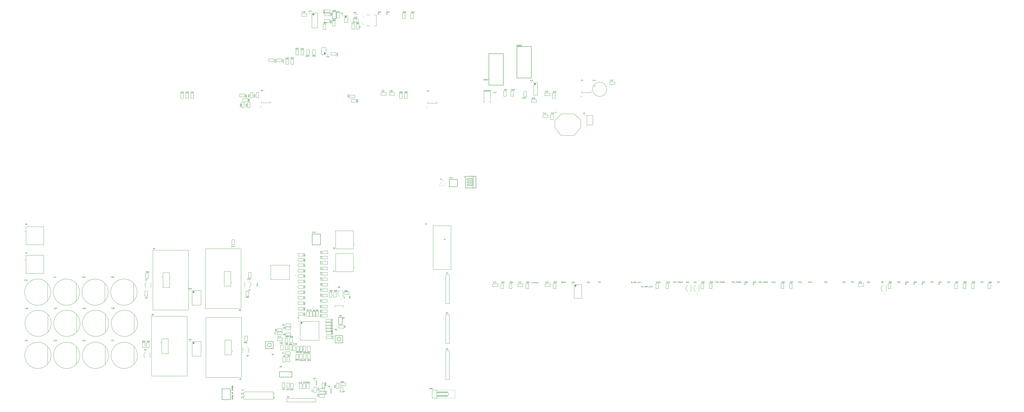
<source format=gto>
G04*
G04 #@! TF.GenerationSoftware,Altium Limited,Altium Designer,21.5.1 (32)*
G04*
G04 Layer_Color=65535*
%FSLAX43Y43*%
%MOMM*%
G71*
G04*
G04 #@! TF.SameCoordinates,449709A0-46AC-47EF-B127-1EA7B65E703A*
G04*
G04*
G04 #@! TF.FilePolarity,Positive*
G04*
G01*
G75*
%ADD10C,0.250*%
%ADD11C,0.200*%
%ADD12C,0.600*%
%ADD13C,0.254*%
%ADD14C,0.178*%
%ADD15C,0.150*%
%ADD16C,0.400*%
%ADD17C,0.102*%
%ADD18C,0.178*%
%ADD19C,0.127*%
%ADD20C,0.152*%
D10*
X28659Y146177D02*
G03*
X28659Y146177I-125J0D01*
G01*
X412621Y109007D02*
G03*
X412621Y109007I-125J0D01*
G01*
X218430Y115368D02*
G03*
X218430Y115368I-125J0D01*
G01*
X144394Y68795D02*
G03*
X144394Y68795I-125J0D01*
G01*
Y104609D02*
G03*
X144394Y104609I-125J0D01*
G01*
X228425Y299172D02*
G03*
X228425Y299172I-125J0D01*
G01*
X240917Y269914D02*
G03*
X240917Y269914I-125J0D01*
G01*
X384013Y250830D02*
G03*
X384013Y250830I-125J0D01*
G01*
X231849Y41474D02*
G03*
X231849Y41474I-125J0D01*
G01*
X242105Y35911D02*
G03*
X242105Y35911I-125J0D01*
G01*
X220492Y82900D02*
G03*
X220492Y82900I-125J0D01*
G01*
X319643Y178482D02*
G03*
X319643Y178482I-125J0D01*
G01*
X500124Y102079D02*
G03*
X500124Y102079I-125J0D01*
G01*
X494536D02*
G03*
X494536Y102079I-125J0D01*
G01*
X631442D02*
G03*
X631442Y102079I-125J0D01*
G01*
X250315Y98572D02*
G03*
X250315Y98572I-125J0D01*
G01*
X173992Y61991D02*
G03*
X173992Y61991I-125J0D01*
G01*
X173598Y110261D02*
G03*
X173598Y110261I-125J0D01*
G01*
X123877Y67908D02*
G03*
X123877Y67908I-125J0D01*
G01*
X124848Y114295D02*
G03*
X124848Y114295I-125J0D01*
G01*
X421463Y227449D02*
G03*
X421463Y227449I-125J0D01*
G01*
X259627Y136906D02*
G03*
X259627Y136906I-125J0D01*
G01*
Y120904D02*
G03*
X259627Y120904I-125J0D01*
G01*
X28659Y126111D02*
G03*
X28659Y126111I-125J0D01*
G01*
X264801Y292634D02*
G03*
X264801Y292634I-125J0D01*
G01*
X251221Y298043D02*
G03*
X251221Y298043I-125J0D01*
G01*
X310540Y233217D02*
G03*
X310540Y233217I-125J0D01*
G01*
X194097Y233592D02*
G03*
X194097Y233592I-125J0D01*
G01*
X252685Y96608D02*
G03*
X252685Y96608I-125J0D01*
G01*
X418760Y240704D02*
G03*
X418760Y240704I-125J0D01*
G01*
D11*
X415671Y108797D02*
G03*
X416941Y108797I635J0D01*
G01*
X184520Y60478D02*
G03*
X184520Y64490I-1341J2006D01*
G01*
X185806Y106701D02*
G03*
X185806Y110713I-1341J2006D01*
G01*
X112930Y61193D02*
G03*
X112930Y57181I1341J-2006D01*
G01*
X113660Y110215D02*
G03*
X113660Y106203I1341J-2006D01*
G01*
X501334Y107863D02*
G03*
X500993Y108058I-1335J-1934D01*
G01*
X501099Y103852D02*
G03*
X501334Y103995I-1100J2077D01*
G01*
X499005Y108058D02*
G03*
X498899Y103852I994J-2129D01*
G01*
X495746Y107863D02*
G03*
X495405Y108058I-1335J-1934D01*
G01*
X495511Y103852D02*
G03*
X495746Y103995I-1100J2077D01*
G01*
X493417Y108058D02*
G03*
X493311Y103852I994J-2129D01*
G01*
X632652Y107863D02*
G03*
X632311Y108058I-1335J-1934D01*
G01*
X632417Y103852D02*
G03*
X632652Y103995I-1100J2077D01*
G01*
X630323Y108058D02*
G03*
X630217Y103852I994J-2129D01*
G01*
X251525Y104356D02*
G03*
X251184Y104551I-1335J-1934D01*
G01*
X251290Y100345D02*
G03*
X251525Y100488I-1100J2077D01*
G01*
X249196Y104551D02*
G03*
X249090Y100345I994J-2129D01*
G01*
X436546Y245866D02*
G03*
X436546Y245866I-5000J0D01*
G01*
X29184Y136652D02*
Y149352D01*
Y136652D02*
X41684D01*
X29184Y149352D02*
X41684D01*
X41684Y136652D02*
Y149352D01*
X113604Y64240D02*
X115504D01*
Y67840D01*
X113604Y64240D02*
Y67840D01*
X115504D01*
X113043Y112975D02*
X114943D01*
Y116575D01*
X113043Y112975D02*
Y116575D01*
X114943D01*
X183454Y100562D02*
X185354D01*
Y104162D01*
X183454Y100562D02*
Y104162D01*
X185354D01*
X182692Y72550D02*
X184592D01*
X182692Y68950D02*
Y72550D01*
X184592Y68950D02*
Y72550D01*
X182692Y68950D02*
X184592D01*
X255916Y101666D02*
Y103566D01*
X252316D02*
X255916D01*
X252316Y101666D02*
X255916D01*
X252316D02*
Y103566D01*
X244922Y99800D02*
X246822D01*
Y103400D01*
X244922Y99800D02*
Y103400D01*
X246822D01*
X241874Y99800D02*
X243774D01*
Y103400D01*
X241874Y99800D02*
Y103400D01*
X243774D01*
X416941Y108797D02*
X418956D01*
Y98997D02*
Y108797D01*
X413656Y98997D02*
Y108797D01*
X415671D01*
X413656Y98997D02*
X418956D01*
X200839Y122318D02*
X213939D01*
Y112218D02*
Y122318D01*
X200839Y112218D02*
Y122318D01*
Y112218D02*
X213939D01*
X145719Y68650D02*
X151969D01*
Y58350D02*
Y68650D01*
X145719Y58350D02*
Y68650D01*
Y58350D02*
X151969D01*
X145719Y104464D02*
X151969D01*
Y94164D02*
Y104464D01*
X145719Y94164D02*
Y104464D01*
Y94164D02*
X151969D01*
X229750Y299472D02*
X233750D01*
Y288972D02*
Y299472D01*
X229750Y288972D02*
Y299472D01*
Y288972D02*
X233750D01*
X236472Y275119D02*
X239632D01*
Y270219D02*
Y275119D01*
X236472Y270219D02*
X239632D01*
X236472D02*
Y275119D01*
X385213Y250495D02*
X387963D01*
Y241745D02*
Y250495D01*
X385213Y241745D02*
Y250495D01*
Y241745D02*
X387963D01*
X232774Y41174D02*
X233074D01*
Y38074D02*
Y41174D01*
X232774Y38074D02*
Y41174D01*
Y38074D02*
X233074D01*
X181292Y60674D02*
Y64294D01*
X182578Y106897D02*
Y110517D01*
X116157Y57377D02*
Y60997D01*
X243030Y35611D02*
X243330D01*
Y32511D02*
Y35611D01*
X243030Y32511D02*
Y35611D01*
Y32511D02*
X243330D01*
X116888Y106399D02*
Y110019D01*
X234692Y69600D02*
Y82800D01*
X221492D02*
X234692D01*
X221492Y69600D02*
X234692D01*
X221492D02*
Y82800D01*
X323418Y179087D02*
Y179927D01*
X321315Y181432D02*
X322321D01*
X321315Y178232D02*
X322321D01*
X320218Y179737D02*
Y180577D01*
X243354Y73726D02*
Y75626D01*
X239754D02*
X243354D01*
X239754Y73726D02*
X243354D01*
X239754D02*
Y75626D01*
X478094Y109380D02*
X479994D01*
X478094Y105780D02*
Y109380D01*
X479994Y105780D02*
Y109380D01*
X478094Y105780D02*
X479994D01*
X470982Y109380D02*
X472882D01*
X470982Y105780D02*
Y109380D01*
X472882Y105780D02*
Y109380D01*
X470982Y105780D02*
X472882D01*
X508447Y109380D02*
X510347D01*
X508447Y105780D02*
Y109380D01*
X510347Y105780D02*
Y109380D01*
X508447Y105780D02*
X510347D01*
X502605Y109380D02*
X504505D01*
X502605Y105780D02*
Y109380D01*
X504505Y105780D02*
Y109380D01*
X502605Y105780D02*
X504505D01*
X564708Y109380D02*
X566608D01*
X564708Y105780D02*
Y109380D01*
X566608Y105780D02*
Y109380D01*
X564708Y105780D02*
X566608D01*
X558866Y109380D02*
X560766D01*
X558866Y105780D02*
Y109380D01*
X560766Y105780D02*
Y109380D01*
X558866Y105780D02*
X560766D01*
X368112Y109380D02*
X370012D01*
X368112Y105780D02*
Y109380D01*
X370012Y105780D02*
Y109380D01*
X368112Y105780D02*
X370012D01*
X362270Y109380D02*
X364170D01*
X362270Y105780D02*
Y109380D01*
X364170Y105780D02*
Y109380D01*
X362270Y105780D02*
X364170D01*
X379796Y109380D02*
X381696D01*
X379796Y105780D02*
Y109380D01*
X381696Y105780D02*
Y109380D01*
X379796Y105780D02*
X381696D01*
X398973Y109380D02*
X400873D01*
X398973Y105780D02*
Y109380D01*
X400873Y105780D02*
Y109380D01*
X398973Y105780D02*
X400873D01*
X616734Y107519D02*
Y109419D01*
X613134D02*
X616734D01*
X613134Y107519D02*
X616734D01*
X613134D02*
Y109419D01*
X633923Y109380D02*
X635823D01*
X633923Y105780D02*
Y109380D01*
X635823Y105780D02*
Y109380D01*
X633923Y105780D02*
X635823D01*
X692343Y109380D02*
X694243D01*
X692343Y105780D02*
Y109380D01*
X694243Y105780D02*
Y109380D01*
X692343Y105780D02*
X694243D01*
X686501Y109380D02*
X688401D01*
X686501Y105780D02*
Y109380D01*
X688401Y105780D02*
Y109380D01*
X686501Y105780D02*
X688401D01*
X680659Y109380D02*
X682559D01*
X680659Y105780D02*
Y109380D01*
X682559Y105780D02*
Y109380D01*
X680659Y105780D02*
X682559D01*
X704027Y109380D02*
X705927D01*
X704027Y105780D02*
Y109380D01*
X705927Y105780D02*
Y109380D01*
X704027Y105780D02*
X705927D01*
X218506Y269980D02*
X220406D01*
Y273580D01*
X218506Y269980D02*
Y273580D01*
X220406D01*
X226126D02*
X228026D01*
X226126Y269980D02*
Y273580D01*
X228026Y269980D02*
Y273580D01*
X226126Y269980D02*
X228026D01*
X214950Y266976D02*
X216850D01*
X214950Y263376D02*
Y266976D01*
X216850Y263376D02*
Y266976D01*
X214950Y263376D02*
X216850D01*
X208556Y265242D02*
Y267142D01*
X204956D02*
X208556D01*
X204956Y265242D02*
X208556D01*
X204956D02*
Y267142D01*
X203084Y265242D02*
Y267142D01*
X199484D02*
X203084D01*
X199484Y265242D02*
X203084D01*
X199484D02*
Y267142D01*
X246656Y269814D02*
Y271714D01*
X243056D02*
X246656D01*
X243056Y269814D02*
X246656D01*
X243056D02*
Y271714D01*
X260880Y236794D02*
Y238694D01*
X257280D02*
X260880D01*
X257280Y236794D02*
X260880D01*
X257280D02*
Y238694D01*
X184796Y237302D02*
Y239202D01*
X181196D02*
X184796D01*
X181196Y237302D02*
X184796D01*
X181196D02*
Y239202D01*
X256264Y239842D02*
Y241742D01*
Y239842D02*
X259864D01*
X256264Y241742D02*
X259864D01*
Y239842D02*
Y241742D01*
X182648Y240604D02*
Y242504D01*
X179048D02*
X182648D01*
X179048Y240604D02*
X182648D01*
X179048D02*
Y242504D01*
X242124Y292941D02*
Y294841D01*
X238524D02*
X242124D01*
X238524Y292941D02*
X242124D01*
X238524D02*
Y294841D01*
X237556Y291540D02*
X239456D01*
X237556Y287940D02*
Y291540D01*
X239456Y287940D02*
Y291540D01*
X237556Y287940D02*
X239456D01*
X260924Y288115D02*
X262824D01*
Y291715D01*
X260924Y288115D02*
Y291715D01*
X262824D01*
X244135Y293902D02*
X246035D01*
X244135Y290302D02*
Y293902D01*
X246035Y290302D02*
Y293902D01*
X244135Y290302D02*
X246035D01*
X242313Y297488D02*
Y299388D01*
X238713D02*
X242313D01*
X238713Y297488D02*
X242313D01*
X238713D02*
Y299388D01*
X299024Y299095D02*
X300924D01*
X299024Y295495D02*
Y299095D01*
X300924Y295495D02*
Y299095D01*
X299024Y295495D02*
X300924D01*
X293182Y299095D02*
X295082D01*
X293182Y295495D02*
Y299095D01*
X295082Y295495D02*
Y299095D01*
X293182Y295495D02*
X295082D01*
X398465Y243100D02*
X400365D01*
X398465Y239500D02*
Y243100D01*
X400365Y239500D02*
Y243100D01*
X398465Y239500D02*
X400365D01*
X369255Y244624D02*
X371155D01*
X369255Y241024D02*
Y244624D01*
X371155Y241024D02*
Y244624D01*
X369255Y241024D02*
X371155D01*
X364175Y244624D02*
X366075D01*
X364175Y241024D02*
Y244624D01*
X366075Y241024D02*
Y244624D01*
X364175Y241024D02*
X366075D01*
X378399Y240770D02*
X380299D01*
Y244370D01*
X378399Y240770D02*
Y244370D01*
X380299D01*
X387245Y236794D02*
Y238694D01*
X383645D02*
X387245D01*
X383645Y236794D02*
X387245D01*
X383645D02*
Y238694D01*
X397195Y228108D02*
X399095D01*
X397195Y224508D02*
Y228108D01*
X399095Y224508D02*
Y228108D01*
X397195Y224508D02*
X399095D01*
X223408Y39138D02*
X225308D01*
X223408Y35538D02*
Y39138D01*
X225308Y35538D02*
Y39138D01*
X223408Y35538D02*
X225308D01*
X210997Y71274D02*
X212897D01*
X210997Y67674D02*
Y71274D01*
X212897Y67674D02*
Y71274D01*
X210997Y67674D02*
X212897D01*
X213858Y66224D02*
X215758D01*
X213858Y62624D02*
Y66224D01*
X215758Y62624D02*
Y66224D01*
X213858Y62624D02*
X215758D01*
X225948Y35538D02*
X227848D01*
Y39138D01*
X225948Y35538D02*
Y39138D01*
X227848D01*
X214188Y67796D02*
X216088D01*
Y71396D01*
X214188Y67796D02*
Y71396D01*
X216088D01*
X207762Y62736D02*
X209662D01*
Y66336D01*
X207762Y62736D02*
Y66336D01*
X209662D01*
X226634Y60104D02*
X228534D01*
X226634Y56504D02*
Y60104D01*
X228534Y56504D02*
Y60104D01*
X226634Y56504D02*
X228534D01*
X223840Y60104D02*
X225740D01*
X223840Y56504D02*
Y60104D01*
X225740Y56504D02*
Y60104D01*
X223840Y56504D02*
X225740D01*
X221046Y59966D02*
X222946D01*
X221046Y56366D02*
Y59966D01*
X222946Y56366D02*
Y59966D01*
X221046Y56366D02*
X222946D01*
X218506Y59850D02*
X220406D01*
X218506Y56250D02*
Y59850D01*
X220406Y56250D02*
Y59850D01*
X218506Y56250D02*
X220406D01*
X226634Y61700D02*
X228534D01*
Y65300D01*
X226634Y61700D02*
Y65300D01*
X228534D01*
X223586Y61700D02*
X225486D01*
Y65300D01*
X223586Y61700D02*
Y65300D01*
X225486D01*
X221300Y61700D02*
X223200D01*
Y65300D01*
X221300Y61700D02*
Y65300D01*
X223200D01*
X219014Y61700D02*
X220914D01*
Y65300D01*
X219014Y61700D02*
Y65300D01*
X220914D01*
X236854Y36062D02*
X238754D01*
Y39662D01*
X236854Y36062D02*
Y39662D01*
X238754D01*
X214747Y39290D02*
X216647D01*
X214747Y35690D02*
Y39290D01*
X216647Y35690D02*
Y39290D01*
X214747Y35690D02*
X216647D01*
X185248Y117111D02*
X187148D01*
X185248Y113511D02*
Y117111D01*
X187148Y113511D02*
Y117111D01*
X185248Y113511D02*
X187148D01*
X110810Y68094D02*
X112710D01*
X110810Y64494D02*
Y68094D01*
X112710Y64494D02*
Y68094D01*
X110810Y64494D02*
X112710D01*
X246760Y35808D02*
X248660D01*
Y39408D01*
X246760Y35808D02*
Y39408D01*
X248660D01*
X249814Y37778D02*
Y39678D01*
Y37778D02*
X253414D01*
X249814Y39678D02*
X253414D01*
Y37778D02*
Y39678D01*
X238842Y31832D02*
Y33732D01*
X235242D02*
X238842D01*
X235242Y31832D02*
X238842D01*
X235242D02*
Y33732D01*
X234988Y29546D02*
Y31446D01*
Y29546D02*
X238588D01*
X234988Y31446D02*
X238588D01*
Y29546D02*
Y31446D01*
X112572Y100567D02*
X114472D01*
Y104167D01*
X112572Y100567D02*
Y104167D01*
X114472D01*
X235104Y33864D02*
Y35764D01*
Y33864D02*
X238704D01*
X235104Y35764D02*
X238704D01*
Y33864D02*
Y35764D01*
X243100Y78044D02*
Y79944D01*
X239500D02*
X243100D01*
X239500Y78044D02*
X243100D01*
X239500D02*
Y79944D01*
X243100Y82362D02*
Y84262D01*
X239500D02*
X243100D01*
X239500Y82362D02*
X243100D01*
X239500D02*
Y84262D01*
X243100Y80076D02*
Y81976D01*
X239500D02*
X243100D01*
X239500Y80076D02*
X243100D01*
X239500D02*
Y81976D01*
X243100Y76012D02*
Y77912D01*
X239500D02*
X243100D01*
X239500Y76012D02*
X243100D01*
X239500D02*
Y77912D01*
X214906Y72710D02*
Y74610D01*
X211306D02*
X214906D01*
X211306Y72710D02*
X214906D01*
X211306D02*
Y74610D01*
X205210Y75758D02*
Y77658D01*
Y75758D02*
X208810D01*
X205210Y77658D02*
X208810D01*
Y75758D02*
Y77658D01*
X252244Y78044D02*
Y79944D01*
X248644D02*
X252244D01*
X248644Y78044D02*
X252244D01*
X248644D02*
Y79944D01*
X232476Y86338D02*
X234376D01*
Y89938D01*
X232476Y86338D02*
Y89938D01*
X234376D01*
X214906Y77028D02*
Y78928D01*
X211306D02*
X214906D01*
X211306Y77028D02*
X214906D01*
X211306D02*
Y78928D01*
X214906Y79060D02*
Y80960D01*
X211306D02*
X214906D01*
X211306Y79060D02*
X214906D01*
X211306D02*
Y80960D01*
X230444Y86338D02*
X232344D01*
Y89938D01*
X230444Y86338D02*
Y89938D01*
X232344D01*
X225872Y86200D02*
X227772D01*
Y89800D01*
X225872Y86200D02*
Y89800D01*
X227772D01*
X228158Y89822D02*
X230058D01*
X228158Y86222D02*
Y89822D01*
X230058Y86222D02*
Y89822D01*
X228158Y86222D02*
X230058D01*
X501334Y103995D02*
Y107863D01*
X495746Y103995D02*
Y107863D01*
X632652Y103995D02*
Y107863D01*
X251525Y100488D02*
Y104356D01*
X168642Y69716D02*
X173242D01*
X168642Y59316D02*
X173242D01*
X168642D02*
Y69716D01*
X180394Y43516D02*
Y85516D01*
X173242Y59316D02*
Y69716D01*
X155394Y85516D02*
X180394D01*
X155394Y43516D02*
X180394D01*
X155394D02*
Y85516D01*
X168249Y117986D02*
X172848D01*
X168249Y107586D02*
X172848D01*
X168249D02*
Y117986D01*
X180001Y91786D02*
Y133786D01*
X172848Y107586D02*
Y117986D01*
X155001Y133786D02*
X180001D01*
X155001Y91786D02*
X180001D01*
X155001D02*
Y133786D01*
X142225Y44383D02*
Y86383D01*
X128977Y60183D02*
Y70583D01*
X117225Y86383D02*
X142225D01*
X124377Y70583D02*
X128977D01*
X124377Y60183D02*
Y70583D01*
Y60183D02*
X128977D01*
X117225Y44383D02*
X142225D01*
X117225D02*
Y86383D01*
X143195Y90770D02*
Y132770D01*
X129947Y106570D02*
Y116970D01*
X118196Y132770D02*
X143195D01*
X125348Y116970D02*
X129947D01*
X125348Y106570D02*
Y116970D01*
Y106570D02*
X129947D01*
X118196Y90770D02*
X143195D01*
X118196D02*
Y132770D01*
X426788Y220799D02*
Y227499D01*
X422588D02*
X426788D01*
X422588Y220799D02*
X426788D01*
X422588D02*
Y227499D01*
X326136Y41921D02*
Y62241D01*
X323596D02*
X326136D01*
X323596Y41921D02*
X326136D01*
X323596D02*
Y62241D01*
X326136Y95261D02*
Y115581D01*
X323596D02*
X326136D01*
X323596Y95261D02*
X326136D01*
X323596D02*
Y115581D01*
X326136Y67321D02*
Y87641D01*
X323596D02*
X326136D01*
X323596Y67321D02*
X326136D01*
X323596D02*
Y87641D01*
X232410Y26173D02*
Y28713D01*
X212090D02*
X232410D01*
X212090Y26173D02*
X232410D01*
X212090D02*
Y28713D01*
X413798Y228600D02*
X418370Y224028D01*
X418338D02*
X418370D01*
X404717Y228600D02*
X413798D01*
X418338Y221591D02*
Y224028D01*
Y219202D02*
Y221591D01*
X413671Y213360D02*
X418338Y219202D01*
X400145Y224028D02*
X404717Y228600D01*
X400145Y224028D02*
X400177D01*
Y219202D02*
X404590Y213360D01*
X413671D01*
X400177Y219202D02*
Y224028D01*
X258852Y133731D02*
Y146431D01*
X246352D02*
X258852D01*
X246352Y133731D02*
X258852D01*
X246352Y133731D02*
Y146431D01*
X258852Y117729D02*
Y130429D01*
X246352D02*
X258852D01*
X246352Y117729D02*
X258852D01*
X246352Y117729D02*
Y130429D01*
X41684Y116586D02*
Y129286D01*
X29184Y129286D02*
X41684D01*
X29184Y116586D02*
X41684D01*
X29184D02*
Y129286D01*
X202588Y28119D02*
Y33349D01*
X181968D02*
X202588D01*
X181968Y28119D02*
X202588D01*
X181968D02*
Y33349D01*
X314806Y150031D02*
X327306D01*
Y119231D02*
Y150031D01*
X314806Y119231D02*
X327306D01*
X314806D02*
Y150031D01*
X268126Y298084D02*
X270276D01*
X273576D02*
X274906D01*
Y290384D02*
Y298084D01*
X273576Y290384D02*
X274906D01*
X268126D02*
X270276D01*
X265706Y296484D02*
Y297284D01*
Y291184D02*
Y291984D01*
X252546Y297738D02*
X254946D01*
Y292738D02*
Y297738D01*
X252546Y292738D02*
Y297738D01*
Y292738D02*
X254946D01*
X259200Y298453D02*
X262059D01*
X259200Y296594D02*
X262059D01*
X317325Y236017D02*
Y237164D01*
X310785Y236017D02*
X317325D01*
X310785D02*
Y237164D01*
X200882Y236392D02*
Y237539D01*
X194342Y236392D02*
X200882D01*
X194342D02*
Y237539D01*
X252190Y92661D02*
Y93808D01*
X245650D02*
X252190D01*
X245650Y92661D02*
Y93808D01*
X425545Y243504D02*
Y244651D01*
X419005Y243504D02*
Y244651D01*
Y243504D02*
X425545D01*
X243354Y70678D02*
Y72578D01*
X239754D02*
X243354D01*
X239754Y70678D02*
X243354D01*
X239754D02*
Y72578D01*
X218120Y62224D02*
Y65824D01*
X216220D02*
X218120D01*
X216220Y62224D02*
X218120D01*
X216220D02*
Y65824D01*
X223669Y128692D02*
Y130592D01*
X220069D02*
X223669D01*
X220069Y128692D02*
X223669D01*
X220069D02*
Y130592D01*
X223669Y125136D02*
Y127036D01*
X220069D02*
X223669D01*
X220069Y125136D02*
X223669D01*
X220069D02*
Y127036D01*
X223669Y121326D02*
Y123226D01*
X220069D02*
X223669D01*
X220069Y121326D02*
X223669D01*
X220069D02*
Y123226D01*
X223669Y117516D02*
Y119416D01*
X220069D02*
X223669D01*
X220069Y117516D02*
X223669D01*
X220069D02*
Y119416D01*
X223669Y113706D02*
Y115606D01*
X220069D02*
X223669D01*
X220069Y113706D02*
X223669D01*
X220069D02*
Y115606D01*
X223669Y109896D02*
Y111796D01*
X220069D02*
X223669D01*
X220069Y109896D02*
X223669D01*
X220069D02*
Y111796D01*
X223669Y106086D02*
Y107986D01*
X220069D02*
X223669D01*
X220069Y106086D02*
X223669D01*
X220069D02*
Y107986D01*
X223669Y102276D02*
Y104176D01*
X220069D02*
X223669D01*
X220069Y102276D02*
X223669D01*
X220069D02*
Y104176D01*
X223669Y98466D02*
Y100366D01*
X220069D02*
X223669D01*
X220069Y98466D02*
X223669D01*
X220069D02*
Y100366D01*
X223669Y94656D02*
Y96556D01*
X220069D02*
X223669D01*
X220069Y94656D02*
X223669D01*
X220069D02*
Y96556D01*
X223796Y90846D02*
Y92746D01*
X220196D02*
X223796D01*
X220196Y90846D02*
X223796D01*
X220196D02*
Y92746D01*
X223796Y86934D02*
Y88834D01*
X220196D02*
X223796D01*
X220196Y86934D02*
X223796D01*
X220196D02*
Y88834D01*
X240814Y130368D02*
Y132268D01*
X237214D02*
X240814D01*
X237214Y130368D02*
X240814D01*
X237214D02*
Y132268D01*
X240560Y85816D02*
Y87716D01*
X236960D02*
X240560D01*
X236960Y85816D02*
X240560D01*
X236960D02*
Y87716D01*
X240544Y88966D02*
Y90866D01*
X236944D02*
X240544D01*
X236944Y88966D02*
X240544D01*
X236944D02*
Y90866D01*
X240560Y92268D02*
Y94168D01*
X236960D02*
X240560D01*
X236960Y92268D02*
X240560D01*
X236960D02*
Y94168D01*
X240560Y96230D02*
Y98130D01*
X236960D02*
X240560D01*
X236960Y96230D02*
X240560D01*
X236960D02*
Y98130D01*
X240687Y100040D02*
Y101940D01*
X237087D02*
X240687D01*
X237087Y100040D02*
X240687D01*
X237087D02*
Y101940D01*
X240687Y103850D02*
Y105750D01*
X237087D02*
X240687D01*
X237087Y103850D02*
X240687D01*
X237087D02*
Y105750D01*
X240687Y107660D02*
Y109560D01*
X237087D02*
X240687D01*
X237087Y107660D02*
X240687D01*
X237087D02*
Y109560D01*
X240687Y111470D02*
Y113370D01*
X237087D02*
X240687D01*
X237087Y111470D02*
X240687D01*
X237087D02*
Y113370D01*
X240687Y115280D02*
Y117180D01*
X237087D02*
X240687D01*
X237087Y115280D02*
X240687D01*
X237087D02*
Y117180D01*
X240687Y119090D02*
Y120990D01*
X237087D02*
X240687D01*
X237087Y119090D02*
X240687D01*
X237087D02*
Y120990D01*
X240687Y122900D02*
Y124800D01*
X237087D02*
X240687D01*
X237087Y122900D02*
X240687D01*
X237087D02*
Y124800D01*
X240687Y126710D02*
Y128610D01*
X237087D02*
X240687D01*
X237087Y126710D02*
X240687D01*
X237087D02*
Y128610D01*
X360194Y107265D02*
Y109165D01*
X356594D02*
X360194D01*
X356594Y107265D02*
X360194D01*
X356594D02*
Y109165D01*
X377720Y107265D02*
Y109165D01*
X374120D02*
X377720D01*
X374120Y107265D02*
X377720D01*
X374120D02*
Y109165D01*
X396897Y107265D02*
Y109165D01*
X393297D02*
X396897D01*
X393297Y107265D02*
X396897D01*
X393297D02*
Y109165D01*
X223962Y269980D02*
Y273580D01*
X222062D02*
X223962D01*
X222062Y269980D02*
X223962D01*
X222062D02*
Y273580D01*
X232090Y269980D02*
Y273580D01*
X230190D02*
X232090D01*
X230190Y269980D02*
X232090D01*
X230190D02*
Y273580D01*
X213294Y263376D02*
Y266976D01*
X211394D02*
X213294D01*
X211394Y263376D02*
X213294D01*
X211394D02*
Y266976D01*
X146746Y239500D02*
Y243100D01*
X144846D02*
X146746D01*
X144846Y239500D02*
X146746D01*
X144846D02*
Y243100D01*
X143190Y239500D02*
Y243100D01*
X141290D02*
X143190D01*
X141290Y239500D02*
X143190D01*
X141290D02*
Y243100D01*
X139634Y239500D02*
Y243100D01*
X137734D02*
X139634D01*
X137734Y239500D02*
X139634D01*
X137734D02*
Y243100D01*
X296606Y239500D02*
Y243100D01*
X294706D02*
X296606D01*
X294706Y239500D02*
X296606D01*
X294706D02*
Y243100D01*
X293050Y239500D02*
Y243100D01*
X291150D02*
X293050D01*
X291150Y239500D02*
X293050D01*
X291150D02*
Y243100D01*
X287661Y241620D02*
Y243520D01*
X284061D02*
X287661D01*
X284061Y241620D02*
X287661D01*
X284061D02*
Y243520D01*
X281819Y241620D02*
Y243520D01*
X278219D02*
X281819D01*
X278219Y241620D02*
X281819D01*
X278219D02*
Y243520D01*
X192466Y239992D02*
Y243592D01*
X190566D02*
X192466D01*
X190566Y239992D02*
X192466D01*
X190566D02*
Y243592D01*
X188402Y239992D02*
Y243592D01*
X186502D02*
X188402D01*
X186502Y239992D02*
X188402D01*
X186502D02*
Y243592D01*
X186370Y232896D02*
Y236496D01*
X184470D02*
X186370D01*
X184470Y232896D02*
X186370D01*
X184470D02*
Y236496D01*
X182306Y232896D02*
Y236496D01*
X180406D02*
X182306D01*
X180406Y232896D02*
X182306D01*
X180406D02*
Y236496D01*
X262344Y293272D02*
Y295172D01*
X258744D02*
X262344D01*
X258744Y293272D02*
X262344D01*
X258744D02*
Y295172D01*
X226158Y297031D02*
Y298931D01*
X222558D02*
X226158D01*
X222558Y297031D02*
X226158D01*
X222558D02*
Y298931D01*
X259649Y288205D02*
Y291805D01*
X257749D02*
X259649D01*
X257749Y288205D02*
X259649D01*
X257749D02*
Y291805D01*
X248981Y296003D02*
Y299603D01*
X247081D02*
X248981D01*
X247081Y296003D02*
X248981D01*
X247081D02*
Y299603D01*
X242389Y299698D02*
Y301598D01*
X238789D02*
X242389D01*
X238789Y299698D02*
X242389D01*
X238789D02*
Y301598D01*
X175448Y136630D02*
Y140230D01*
X173548D02*
X175448D01*
X173548Y136630D02*
X175448D01*
X173548D02*
Y140230D01*
X44265Y97278D02*
Y109478D01*
X64458Y97278D02*
Y109478D01*
X84524Y97278D02*
Y109478D01*
X104717Y97278D02*
Y109478D01*
X44540Y75400D02*
Y87600D01*
X64733Y75400D02*
Y87600D01*
X84926Y75400D02*
Y87600D01*
X105119Y75400D02*
Y87600D01*
X44392Y52880D02*
Y65080D01*
X64585Y52880D02*
Y65080D01*
X84778Y52880D02*
Y65080D01*
X104971Y52880D02*
Y65080D01*
X396627Y241366D02*
Y243266D01*
X393027D02*
X396627D01*
X393027Y241366D02*
X396627D01*
X393027D02*
Y243266D01*
X354254Y244084D02*
X354979D01*
Y236484D02*
Y244084D01*
X354254Y236484D02*
X354979D01*
X350379Y244084D02*
X351104D01*
X350379Y236484D02*
X351104D01*
X350379D02*
Y244084D01*
X395373Y225993D02*
Y227893D01*
X391773D02*
X395373D01*
X391773Y225993D02*
X395373D01*
X391773D02*
Y227893D01*
X442236Y249107D02*
Y251007D01*
X438636D02*
X442236D01*
X438636Y249107D02*
X442236D01*
X438636D02*
Y251007D01*
X428129Y247620D02*
Y248620D01*
X427629Y248120D02*
X428629D01*
X222768Y35538D02*
Y39138D01*
X220868D02*
X222768D01*
X220868Y35538D02*
X222768D01*
X220868D02*
Y39138D01*
X209175Y69159D02*
Y71059D01*
X205575D02*
X209175D01*
X205575Y69159D02*
X209175D01*
X205575D02*
Y71059D01*
X212989Y62802D02*
Y66402D01*
X211089D02*
X212989D01*
X211089Y62802D02*
X212989D01*
X211089D02*
Y66402D01*
X214091Y35944D02*
Y39544D01*
X212191D02*
X214091D01*
X212191Y35944D02*
X214091D01*
X212191D02*
Y39544D01*
X210789Y36182D02*
Y39782D01*
X208889D02*
X210789D01*
X208889Y36182D02*
X210789D01*
X208889D02*
Y39782D01*
X211297Y54232D02*
Y57832D01*
X209397D02*
X211297D01*
X209397Y54232D02*
X211297D01*
X209397D02*
Y57832D01*
X251470Y33268D02*
Y36868D01*
X249570D02*
X251470D01*
X249570Y33268D02*
X251470D01*
X249570D02*
Y36868D01*
X214107Y54486D02*
Y58086D01*
X212207D02*
X214107D01*
X212207Y54486D02*
X214107D01*
X212207D02*
Y58086D01*
X232928Y33014D02*
Y36614D01*
X231028D02*
X232928D01*
X231028Y33014D02*
X232928D01*
X231028D02*
Y36614D01*
X208810Y73472D02*
Y75372D01*
X205210D02*
X208810D01*
X205210Y73472D02*
X208810D01*
X205210D02*
Y75372D01*
X214550Y59654D02*
Y61554D01*
X210950D02*
X214550D01*
X210950Y59654D02*
X214550D01*
X210950D02*
Y61554D01*
D12*
X414956Y107797D02*
G03*
X414956Y107797I-300J0D01*
G01*
X147019Y67650D02*
G03*
X147019Y67650I-300J0D01*
G01*
Y103464D02*
G03*
X147019Y103464I-300J0D01*
G01*
X231050Y298472D02*
G03*
X231050Y298472I-300J0D01*
G01*
X238927Y271169D02*
G03*
X238927Y271169I-300J0D01*
G01*
X386513Y249520D02*
G03*
X386513Y249520I-300J0D01*
G01*
X222792Y81800D02*
G03*
X222792Y81800I-300J0D01*
G01*
X253846Y296738D02*
G03*
X253846Y296738I-300J0D01*
G01*
D13*
X215173Y47015D02*
G03*
X215173Y47015I-127J0D01*
G01*
X250016Y70358D02*
G03*
X250016Y70358I-1350J0D01*
G01*
X201248Y66294D02*
G03*
X201248Y66294I-1350J0D01*
G01*
X166624Y27940D02*
Y35560D01*
Y27940D02*
X172466D01*
Y35560D01*
X166624D02*
X172466D01*
X215681Y43713D02*
Y47523D01*
X206918D02*
X215554D01*
X206918Y43713D02*
X215554D01*
X206918D02*
Y47523D01*
X235712Y136652D02*
Y144272D01*
X229870D02*
X235712D01*
X229870Y136652D02*
X235712D01*
X229870D02*
Y144272D01*
X331851Y177546D02*
Y182626D01*
X326136Y177546D02*
X331851D01*
X326136Y182626D02*
X331851D01*
X326136Y177546D02*
Y182626D01*
X338973Y180189D02*
X342773D01*
X338973Y183189D02*
X342773D01*
X338973Y182189D02*
X342773D01*
X338973Y181189D02*
X342773D01*
X344773Y176589D02*
Y184789D01*
X342773Y176589D02*
Y184789D01*
X338973Y179189D02*
X342773D01*
X338973Y178189D02*
X342773D01*
X338473Y182689D02*
X338973Y183189D01*
X337573Y184789D02*
X344773D01*
X338473Y180689D02*
X338973Y181189D01*
X338473Y182689D02*
X338973Y182189D01*
X338473Y180689D02*
X338973Y180189D01*
X338473Y178689D02*
X338973Y179189D01*
X337573Y176589D02*
X344773D01*
X337573D02*
Y184789D01*
X338473Y178689D02*
X338973Y178189D01*
X246659Y295441D02*
Y300521D01*
X244119D02*
X246659D01*
X244119Y295441D02*
X246659D01*
X244119D02*
Y300521D01*
X250952Y80772D02*
Y85852D01*
X248412D02*
X250952D01*
X248412Y80772D02*
X250952D01*
X248412D02*
Y85852D01*
X373507Y253873D02*
X383677D01*
X373507D02*
Y275971D01*
X383677D01*
Y254000D02*
Y275844D01*
X353812Y270891D02*
X363982D01*
Y248793D02*
Y270891D01*
X353812Y248793D02*
X363982D01*
X353812Y248920D02*
Y270764D01*
X245999Y67818D02*
Y72898D01*
Y67818D02*
X251333D01*
Y72898D01*
X245999D02*
X251333D01*
X197231Y63754D02*
X202565D01*
Y68834D01*
X197231D02*
X202565D01*
X197231Y63754D02*
Y68834D01*
X174244Y37019D02*
X174371Y37146D01*
Y37400D01*
X174244Y37527D01*
X174117D01*
X173990Y37400D01*
Y37146D01*
X173863Y37019D01*
X173736D01*
X173609Y37146D01*
Y37400D01*
X173736Y37527D01*
X173609Y36638D02*
Y36384D01*
X173736Y36257D01*
X173990D01*
X174117Y36384D01*
Y36638D01*
X173990Y36765D01*
X173736D01*
X173609Y36638D01*
Y36003D02*
Y35750D01*
Y35876D01*
X174371D01*
Y36003D01*
X174117Y35242D02*
Y34988D01*
X173990Y34861D01*
X173609D01*
Y35242D01*
X173736Y35369D01*
X173863Y35242D01*
Y34861D01*
X174117Y34607D02*
X173609D01*
X173863D01*
X173990Y34480D01*
X174117Y34353D01*
Y34226D01*
X173609Y32956D02*
Y32703D01*
X173736Y32576D01*
X173990D01*
X174117Y32703D01*
Y32956D01*
X173990Y33083D01*
X173736D01*
X173609Y32956D01*
X174117Y32322D02*
X173609D01*
X173863D01*
X173990Y32195D01*
X174117Y32068D01*
Y31941D01*
X173609Y30798D02*
X174117D01*
X174371Y30544D01*
X174117Y30290D01*
X173609D01*
X173990D01*
Y30798D01*
X174117Y29529D02*
Y29909D01*
X173990Y30036D01*
X173736D01*
X173609Y29909D01*
Y29529D01*
X174117Y28767D02*
Y29148D01*
X173990Y29275D01*
X173736D01*
X173609Y29148D01*
Y28767D01*
X174117Y28513D02*
X173736D01*
X173609Y28386D01*
Y28005D01*
X174117D01*
D14*
X325520Y32420D02*
G03*
X324920Y33020I-600J0D01*
G01*
Y30480D02*
G03*
X325520Y31080I0J600D01*
G01*
D15*
X46640Y103378D02*
G03*
X46640Y103378I-9250J0D01*
G01*
X66833D02*
G03*
X66833Y103378I-9250J0D01*
G01*
X86899D02*
G03*
X86899Y103378I-9250J0D01*
G01*
X107092D02*
G03*
X107092Y103378I-9250J0D01*
G01*
X46915Y81500D02*
G03*
X46915Y81500I-9250J0D01*
G01*
X67108D02*
G03*
X67108Y81500I-9250J0D01*
G01*
X87301D02*
G03*
X87301Y81500I-9250J0D01*
G01*
X107494D02*
G03*
X107494Y81500I-9250J0D01*
G01*
X46767Y58980D02*
G03*
X46767Y58980I-9250J0D01*
G01*
X66960D02*
G03*
X66960Y58980I-9250J0D01*
G01*
X87153D02*
G03*
X87153Y58980I-9250J0D01*
G01*
X107346D02*
G03*
X107346Y58980I-9250J0D01*
G01*
D16*
X538969Y109103D02*
X539769D01*
X533127D02*
X533927D01*
X657587D02*
X658387D01*
X651745D02*
X652545D01*
X645903D02*
X646703D01*
X669271D02*
X670071D01*
X281794Y298818D02*
X282594D01*
X275952D02*
X276752D01*
X252350Y99168D02*
Y99968D01*
X350379Y244809D02*
X354979D01*
D17*
X317320Y34550D02*
X330120D01*
Y28950D02*
Y34550D01*
X317320Y28950D02*
X330120D01*
D18*
X325520Y31080D02*
Y32420D01*
X324466Y32639D02*
X324847Y33020D01*
X324466Y33401D02*
X324847Y33020D01*
X317354Y30861D02*
X324466D01*
Y30099D02*
X324847Y30480D01*
X324466Y30861D02*
X324847Y30480D01*
X317354Y30099D02*
X324466D01*
X317354Y32639D02*
X324466D01*
X317320Y33020D02*
X324920D01*
X317320Y30480D02*
X324920D01*
X314120Y34550D02*
X317320D01*
X317354Y33401D02*
X324466D01*
X317320Y28956D02*
Y34550D01*
X314120Y28956D02*
X317320D01*
X314120D02*
Y34550D01*
D19*
X29175Y151435D02*
X28921D01*
X29048D01*
Y150800D01*
X28921Y150673D01*
X28794D01*
X28667Y150800D01*
X29937Y151435D02*
X29429D01*
Y151054D01*
X29683Y151181D01*
X29810D01*
X29937Y151054D01*
Y150800D01*
X29810Y150673D01*
X29556D01*
X29429Y150800D01*
X412013Y110653D02*
Y110018D01*
X412140Y109891D01*
X412394D01*
X412521Y110018D01*
Y110653D01*
X413283Y109891D02*
X412775D01*
X413283Y110399D01*
Y110526D01*
X413156Y110653D01*
X412902D01*
X412775Y110526D01*
X414045Y109891D02*
X413537D01*
X414045Y110399D01*
Y110526D01*
X413918Y110653D01*
X413664D01*
X413537Y110526D01*
X190981Y107438D02*
X191616D01*
X191743Y107565D01*
Y107819D01*
X191616Y107946D01*
X190981D01*
X191743Y108200D02*
Y108454D01*
Y108327D01*
X190981D01*
X191108Y108200D01*
Y108835D02*
X190981Y108962D01*
Y109216D01*
X191108Y109343D01*
X191235D01*
X191362Y109216D01*
X191489Y109343D01*
X191616D01*
X191743Y109216D01*
Y108962D01*
X191616Y108835D01*
X191489D01*
X191362Y108962D01*
X191235Y108835D01*
X191108D01*
X191362Y108962D02*
Y109216D01*
X143323Y70434D02*
Y69799D01*
X143450Y69672D01*
X143704D01*
X143831Y69799D01*
Y70434D01*
X144085Y69672D02*
X144338D01*
X144212D01*
Y70434D01*
X144085Y70307D01*
X145227Y70434D02*
X144973Y70307D01*
X144719Y70053D01*
Y69799D01*
X144846Y69672D01*
X145100D01*
X145227Y69799D01*
Y69926D01*
X145100Y70053D01*
X144719D01*
X143323Y106248D02*
Y105613D01*
X143450Y105486D01*
X143704D01*
X143831Y105613D01*
Y106248D01*
X144085Y105486D02*
X144338D01*
X144212D01*
Y106248D01*
X144085Y106121D01*
X145227Y106248D02*
X144719D01*
Y105867D01*
X144973Y105994D01*
X145100D01*
X145227Y105867D01*
Y105613D01*
X145100Y105486D01*
X144846D01*
X144719Y105613D01*
X227355Y301142D02*
Y300507D01*
X227482Y300380D01*
X227736D01*
X227863Y300507D01*
Y301142D01*
X228117Y300380D02*
X228371D01*
X228244D01*
Y301142D01*
X228117Y301015D01*
X229133Y300380D02*
Y301142D01*
X228752Y300761D01*
X229260D01*
X241744Y268351D02*
Y268986D01*
X241617Y269113D01*
X241363D01*
X241236Y268986D01*
Y268351D01*
X240982Y269113D02*
X240729D01*
X240855D01*
Y268351D01*
X240982Y268478D01*
X240348D02*
X240221Y268351D01*
X239967D01*
X239840Y268478D01*
Y268605D01*
X239967Y268732D01*
X240094D01*
X239967D01*
X239840Y268859D01*
Y268986D01*
X239967Y269113D01*
X240221D01*
X240348Y268986D01*
X382829Y252476D02*
Y251841D01*
X382956Y251714D01*
X383210D01*
X383337Y251841D01*
Y252476D01*
X383591Y251714D02*
X383844D01*
X383717D01*
Y252476D01*
X383591Y252349D01*
X384733Y251714D02*
X384225D01*
X384733Y252222D01*
Y252349D01*
X384606Y252476D01*
X384352D01*
X384225Y252349D01*
X230918Y43129D02*
Y42494D01*
X231045Y42367D01*
X231298D01*
X231425Y42494D01*
Y43129D01*
X231679Y42367D02*
X231933D01*
X231806D01*
Y43129D01*
X231679Y43002D01*
X232314Y42367D02*
X232568D01*
X232441D01*
Y43129D01*
X232314Y43002D01*
X207172Y51435D02*
Y50800D01*
X207299Y50673D01*
X207553D01*
X207680Y50800D01*
Y51435D01*
X207934Y50800D02*
X208061Y50673D01*
X208315D01*
X208442Y50800D01*
Y51308D01*
X208315Y51435D01*
X208061D01*
X207934Y51308D01*
Y51181D01*
X208061Y51054D01*
X208442D01*
X185344Y58293D02*
Y58928D01*
X185217Y59055D01*
X184963D01*
X184836Y58928D01*
Y58293D01*
X184582Y58420D02*
X184455Y58293D01*
X184201D01*
X184074Y58420D01*
Y58547D01*
X184201Y58674D01*
X184074Y58801D01*
Y58928D01*
X184201Y59055D01*
X184455D01*
X184582Y58928D01*
Y58801D01*
X184455Y58674D01*
X184582Y58547D01*
Y58420D01*
X184455Y58674D02*
X184201D01*
X186630Y104516D02*
Y105151D01*
X186503Y105278D01*
X186249D01*
X186122Y105151D01*
Y104516D01*
X185868D02*
X185360D01*
Y104643D01*
X185868Y105151D01*
Y105278D01*
X112125Y63378D02*
Y62743D01*
X112252Y62616D01*
X112506D01*
X112633Y62743D01*
Y63378D01*
X113395D02*
X113141Y63251D01*
X112887Y62997D01*
Y62743D01*
X113014Y62616D01*
X113268D01*
X113395Y62743D01*
Y62870D01*
X113268Y62997D01*
X112887D01*
X241173Y37566D02*
Y36932D01*
X241300Y36805D01*
X241554D01*
X241681Y36932D01*
Y37566D01*
X242443D02*
X241935D01*
Y37185D01*
X242189Y37312D01*
X242316D01*
X242443Y37185D01*
Y36932D01*
X242316Y36805D01*
X242062D01*
X241935Y36932D01*
X112836Y112400D02*
Y111765D01*
X112963Y111638D01*
X113217D01*
X113344Y111765D01*
Y112400D01*
X113979Y111638D02*
Y112400D01*
X113598Y112019D01*
X114106D01*
X219710Y85725D02*
Y85090D01*
X219837Y84963D01*
X220091D01*
X220218Y85090D01*
Y85725D01*
X220472Y84963D02*
X220726D01*
X220599D01*
Y85725D01*
X220472Y85598D01*
X383947Y110464D02*
X384201D01*
X384074D01*
Y109703D01*
X383947D01*
X384201D01*
X384581D02*
Y110210D01*
X384962D01*
X385089Y110083D01*
Y109703D01*
X385343Y110210D02*
X385597Y109703D01*
X385851Y110210D01*
X386105Y110464D02*
Y109703D01*
Y110083D01*
X386613D01*
Y110464D01*
Y109703D01*
X386994Y110210D02*
X387248D01*
X387375Y110083D01*
Y109703D01*
X386994D01*
X386867Y109830D01*
X386994Y109957D01*
X387375D01*
X387629Y109703D02*
X387882D01*
X387755D01*
Y110464D01*
X387629D01*
X388263Y109703D02*
X388517D01*
X388390D01*
Y110464D01*
X388263D01*
X404838Y110729D02*
Y109968D01*
X405219D01*
X405346Y110095D01*
Y110222D01*
X405219Y110348D01*
X404838D01*
X405219D01*
X405346Y110475D01*
Y110602D01*
X405219Y110729D01*
X404838D01*
X405600D02*
Y109968D01*
Y110348D01*
X406108D01*
Y110729D01*
Y109968D01*
X406488Y110475D02*
X406742D01*
X406869Y110348D01*
Y109968D01*
X406488D01*
X406362Y110095D01*
X406488Y110222D01*
X406869D01*
X407123Y109968D02*
X407377D01*
X407250D01*
Y110729D01*
X407123D01*
X407758Y109968D02*
X408012D01*
X407885D01*
Y110729D01*
X407758D01*
X422402Y110617D02*
X422910D01*
X422656D01*
Y109855D01*
X423164Y110617D02*
X423672D01*
Y110490D01*
X423164Y109982D01*
Y109855D01*
X423672D01*
X424434D02*
X423926D01*
X424434Y110363D01*
Y110490D01*
X424307Y110617D01*
X424053D01*
X423926Y110490D01*
X430492Y110729D02*
X431000D01*
X430746D01*
Y109968D01*
X431254Y110729D02*
X431761D01*
Y110602D01*
X431254Y110095D01*
Y109968D01*
X431761D01*
X432015D02*
X432269D01*
X432142D01*
Y110729D01*
X432015Y110602D01*
X453836Y110680D02*
Y109919D01*
X454217D01*
X454344Y110046D01*
Y110173D01*
X454217Y110299D01*
X453836D01*
X454217D01*
X454344Y110426D01*
Y110553D01*
X454217Y110680D01*
X453836D01*
X454597Y109792D02*
X455105D01*
X455359Y109919D02*
Y110426D01*
X455613Y110680D01*
X455867Y110426D01*
Y109919D01*
Y110299D01*
X455359D01*
X456121Y110680D02*
Y109919D01*
X456502D01*
X456629Y110046D01*
Y110553D01*
X456502Y110680D01*
X456121D01*
X457391Y110553D02*
X457264Y110680D01*
X457010D01*
X456883Y110553D01*
Y110046D01*
X457010Y109919D01*
X457264D01*
X457391Y110046D01*
X457644Y109792D02*
X458152D01*
X458914Y110553D02*
X458787Y110680D01*
X458533D01*
X458406Y110553D01*
Y110046D01*
X458533Y109919D01*
X458787D01*
X458914Y110046D01*
X459168Y110426D02*
Y110046D01*
X459295Y109919D01*
X459676D01*
Y110426D01*
X459930D02*
Y109919D01*
Y110173D01*
X460057Y110299D01*
X460184Y110426D01*
X460311D01*
X460691D02*
Y109919D01*
Y110173D01*
X460818Y110299D01*
X460945Y110426D01*
X461072D01*
X460503Y107632D02*
X460757D01*
X460630D01*
Y106871D01*
X460503D01*
X460757D01*
X461138D02*
Y107378D01*
X461519D01*
X461646Y107251D01*
Y106871D01*
X461900Y107378D02*
X462154Y106871D01*
X462408Y107378D01*
X462662Y106744D02*
X463170D01*
X463423Y106871D02*
Y107378D01*
X463677Y107632D01*
X463931Y107378D01*
Y106871D01*
Y107251D01*
X463423D01*
X464185Y107632D02*
Y106871D01*
X464566D01*
X464693Y106998D01*
Y107505D01*
X464566Y107632D01*
X464185D01*
X465455Y107505D02*
X465328Y107632D01*
X465074D01*
X464947Y107505D01*
Y106998D01*
X465074Y106871D01*
X465328D01*
X465455Y106998D01*
X465709Y106744D02*
X466217D01*
X466978Y107505D02*
X466851Y107632D01*
X466597D01*
X466470Y107505D01*
Y106998D01*
X466597Y106871D01*
X466851D01*
X466978Y106998D01*
X467232Y107378D02*
Y106998D01*
X467359Y106871D01*
X467740D01*
Y107378D01*
X467994D02*
Y106871D01*
Y107125D01*
X468121Y107251D01*
X468248Y107378D01*
X468375D01*
X468756D02*
Y106871D01*
Y107125D01*
X468883Y107251D01*
X469010Y107378D01*
X469137D01*
X483261Y110856D02*
X483515D01*
X483388D01*
Y110095D01*
X483261D01*
X483515D01*
X483896D02*
Y110856D01*
X484404Y110095D01*
Y110856D01*
X484658D02*
Y110348D01*
X484911Y110095D01*
X485165Y110348D01*
Y110856D01*
X485419Y109968D02*
X485927D01*
X486181Y110856D02*
X486689D01*
X486435D01*
Y110095D01*
X487324D02*
X487070D01*
X486943Y110222D01*
Y110475D01*
X487070Y110602D01*
X487324D01*
X487451Y110475D01*
Y110348D01*
X486943D01*
X487705Y110095D02*
Y110602D01*
X487832D01*
X487958Y110475D01*
Y110095D01*
Y110475D01*
X488085Y110602D01*
X488212Y110475D01*
Y110095D01*
X488466Y109841D02*
Y110602D01*
X488847D01*
X488974Y110475D01*
Y110222D01*
X488847Y110095D01*
X488466D01*
X489609D02*
Y110856D01*
X489228Y110475D01*
X489736D01*
X512852Y110856D02*
X513106D01*
X512979D01*
Y110095D01*
X512852D01*
X513106D01*
X513487D02*
Y110856D01*
X513995Y110095D01*
Y110856D01*
X514249D02*
Y110348D01*
X514503Y110095D01*
X514756Y110348D01*
Y110856D01*
X515010Y109968D02*
X515518D01*
X515772Y110856D02*
X516280D01*
X516026D01*
Y110095D01*
X516915D02*
X516661D01*
X516534Y110222D01*
Y110475D01*
X516661Y110602D01*
X516915D01*
X517042Y110475D01*
Y110348D01*
X516534D01*
X517296Y110095D02*
Y110602D01*
X517423D01*
X517549Y110475D01*
Y110095D01*
Y110475D01*
X517676Y110602D01*
X517803Y110475D01*
Y110095D01*
X518057Y109841D02*
Y110602D01*
X518438D01*
X518565Y110475D01*
Y110222D01*
X518438Y110095D01*
X518057D01*
X518819Y110729D02*
X518946Y110856D01*
X519200D01*
X519327Y110729D01*
Y110602D01*
X519200Y110475D01*
X519073D01*
X519200D01*
X519327Y110348D01*
Y110222D01*
X519200Y110095D01*
X518946D01*
X518819Y110222D01*
X524282Y110856D02*
X524536D01*
X524409D01*
Y110095D01*
X524282D01*
X524536D01*
X524917D02*
Y110856D01*
X525425Y110095D01*
Y110856D01*
X525679D02*
Y110348D01*
X525932Y110095D01*
X526186Y110348D01*
Y110856D01*
X526440Y109968D02*
X526948D01*
X527202Y110856D02*
X527710D01*
X527456D01*
Y110095D01*
X528345D02*
X528091D01*
X527964Y110222D01*
Y110475D01*
X528091Y110602D01*
X528345D01*
X528472Y110475D01*
Y110348D01*
X527964D01*
X528726Y110095D02*
Y110602D01*
X528853D01*
X528979Y110475D01*
Y110095D01*
Y110475D01*
X529106Y110602D01*
X529233Y110475D01*
Y110095D01*
X529487Y109841D02*
Y110602D01*
X529868D01*
X529995Y110475D01*
Y110222D01*
X529868Y110095D01*
X529487D01*
X530757D02*
X530249D01*
X530757Y110602D01*
Y110729D01*
X530630Y110856D01*
X530376D01*
X530249Y110729D01*
X543205Y110856D02*
X543459D01*
X543332D01*
Y110095D01*
X543205D01*
X543459D01*
X543840D02*
Y110856D01*
X544348Y110095D01*
Y110856D01*
X544602D02*
Y110348D01*
X544855Y110095D01*
X545109Y110348D01*
Y110856D01*
X545363Y109968D02*
X545871D01*
X546125Y110856D02*
X546633D01*
X546379D01*
Y110095D01*
X547268D02*
X547014D01*
X546887Y110222D01*
Y110475D01*
X547014Y110602D01*
X547268D01*
X547395Y110475D01*
Y110348D01*
X546887D01*
X547649Y110095D02*
Y110602D01*
X547776D01*
X547902Y110475D01*
Y110095D01*
Y110475D01*
X548029Y110602D01*
X548156Y110475D01*
Y110095D01*
X548410Y109841D02*
Y110602D01*
X548791D01*
X548918Y110475D01*
Y110222D01*
X548791Y110095D01*
X548410D01*
X549172D02*
X549426D01*
X549299D01*
Y110856D01*
X549172Y110729D01*
X552221D02*
X552729D01*
X552475D01*
Y109968D01*
X552983D02*
Y110729D01*
X553364D01*
X553491Y110602D01*
Y110348D01*
X553364Y110222D01*
X552983D01*
X553745Y109968D02*
X553999D01*
X553872D01*
Y110729D01*
X553745Y110602D01*
X554888Y109968D02*
X554380D01*
X554888Y110475D01*
Y110602D01*
X554761Y110729D01*
X554507D01*
X554380Y110602D01*
X571017Y110729D02*
X571525D01*
X571271D01*
Y109968D01*
X571779D02*
Y110729D01*
X572160D01*
X572287Y110602D01*
Y110348D01*
X572160Y110222D01*
X571779D01*
X572541Y109968D02*
X572795D01*
X572668D01*
Y110729D01*
X572541Y110602D01*
X573176Y109968D02*
X573430D01*
X573303D01*
Y110729D01*
X573176Y110602D01*
X577621Y110729D02*
X578129D01*
X577875D01*
Y109968D01*
X578383D02*
Y110729D01*
X578764D01*
X578891Y110602D01*
Y110348D01*
X578764Y110222D01*
X578383D01*
X579145Y109968D02*
X579399D01*
X579272D01*
Y110729D01*
X579145Y110602D01*
X579780D02*
X579907Y110729D01*
X580161D01*
X580288Y110602D01*
Y110095D01*
X580161Y109968D01*
X579907D01*
X579780Y110095D01*
Y110602D01*
X589051Y110729D02*
X589559D01*
X589305D01*
Y109968D01*
X589813D02*
Y110729D01*
X590194D01*
X590321Y110602D01*
Y110348D01*
X590194Y110222D01*
X589813D01*
X590575Y110095D02*
X590702Y109968D01*
X590956D01*
X591083Y110095D01*
Y110602D01*
X590956Y110729D01*
X590702D01*
X590575Y110602D01*
Y110475D01*
X590702Y110348D01*
X591083D01*
X601878Y110729D02*
X602386D01*
X602132D01*
Y109968D01*
X602640D02*
Y110729D01*
X603021D01*
X603148Y110602D01*
Y110348D01*
X603021Y110222D01*
X602640D01*
X603402Y110602D02*
X603529Y110729D01*
X603783D01*
X603910Y110602D01*
Y110475D01*
X603783Y110348D01*
X603910Y110222D01*
Y110095D01*
X603783Y109968D01*
X603529D01*
X603402Y110095D01*
Y110222D01*
X603529Y110348D01*
X603402Y110475D01*
Y110602D01*
X603529Y110348D02*
X603783D01*
X607847Y110729D02*
X608355D01*
X608101D01*
Y109968D01*
X608609D02*
Y110729D01*
X608990D01*
X609117Y110602D01*
Y110348D01*
X608990Y110222D01*
X608609D01*
X609371Y110729D02*
X609879D01*
Y110602D01*
X609371Y110095D01*
Y109968D01*
X619023Y110729D02*
X619531D01*
X619277D01*
Y109968D01*
X619785D02*
Y110729D01*
X620166D01*
X620293Y110602D01*
Y110348D01*
X620166Y110222D01*
X619785D01*
X621055Y110729D02*
X620801Y110602D01*
X620547Y110348D01*
Y110095D01*
X620674Y109968D01*
X620928D01*
X621055Y110095D01*
Y110222D01*
X620928Y110348D01*
X620547D01*
X640232Y110729D02*
X640740D01*
X640486D01*
Y109968D01*
X640994D02*
Y110729D01*
X641375D01*
X641502Y110602D01*
Y110348D01*
X641375Y110222D01*
X640994D01*
X642264Y110729D02*
X641756D01*
Y110348D01*
X642010Y110475D01*
X642137D01*
X642264Y110348D01*
Y110095D01*
X642137Y109968D01*
X641883D01*
X641756Y110095D01*
X663600Y110729D02*
X664108D01*
X663854D01*
Y109968D01*
X664362D02*
Y110729D01*
X664743D01*
X664870Y110602D01*
Y110348D01*
X664743Y110222D01*
X664362D01*
X665505Y109968D02*
Y110729D01*
X665124Y110348D01*
X665632D01*
X675284Y110729D02*
X675792D01*
X675538D01*
Y109968D01*
X676046D02*
Y110729D01*
X676427D01*
X676554Y110602D01*
Y110348D01*
X676427Y110222D01*
X676046D01*
X676808Y110602D02*
X676935Y110729D01*
X677189D01*
X677316Y110602D01*
Y110475D01*
X677189Y110348D01*
X677062D01*
X677189D01*
X677316Y110222D01*
Y110095D01*
X677189Y109968D01*
X676935D01*
X676808Y110095D01*
X698652Y110729D02*
X699160D01*
X698906D01*
Y109968D01*
X699414D02*
Y110729D01*
X699795D01*
X699922Y110602D01*
Y110348D01*
X699795Y110222D01*
X699414D01*
X700684Y109968D02*
X700176D01*
X700684Y110475D01*
Y110602D01*
X700557Y110729D01*
X700303D01*
X700176Y110602D01*
X710336Y110729D02*
X710844D01*
X710590D01*
Y109968D01*
X711098D02*
Y110729D01*
X711479D01*
X711606Y110602D01*
Y110348D01*
X711479Y110222D01*
X711098D01*
X711860Y109968D02*
X712114D01*
X711987D01*
Y110729D01*
X711860Y110602D01*
X319650Y182956D02*
X320157D01*
X319904D01*
Y182194D01*
X320411D02*
X320665D01*
X320538D01*
Y182956D01*
X320411Y182829D01*
X243597Y76263D02*
X244359D01*
Y75882D01*
X244232Y75755D01*
X243978D01*
X243851Y75882D01*
Y76263D01*
Y76009D02*
X243597Y75755D01*
Y75501D02*
Y75248D01*
Y75375D01*
X244359D01*
X244232Y75501D01*
Y74867D02*
X244359Y74740D01*
Y74486D01*
X244232Y74359D01*
X243724D01*
X243597Y74486D01*
Y74740D01*
X243724Y74867D01*
X244232D01*
X243597Y73597D02*
Y74105D01*
X244105Y73597D01*
X244232D01*
X244359Y73724D01*
Y73978D01*
X244232Y74105D01*
X478561Y109917D02*
Y110679D01*
X478942D01*
X479069Y110552D01*
Y110298D01*
X478942Y110171D01*
X478561D01*
X478815D02*
X479069Y109917D01*
X479323D02*
X479577D01*
X479450D01*
Y110679D01*
X479323Y110552D01*
X479958D02*
X480085Y110679D01*
X480339D01*
X480466Y110552D01*
Y110044D01*
X480339Y109917D01*
X480085D01*
X479958Y110044D01*
Y110552D01*
X480720Y109917D02*
X480974D01*
X480847D01*
Y110679D01*
X480720Y110552D01*
X471449Y109917D02*
Y110679D01*
X471830D01*
X471957Y110552D01*
Y110298D01*
X471830Y110171D01*
X471449D01*
X471703D02*
X471957Y109917D01*
X472211D02*
X472465D01*
X472338D01*
Y110679D01*
X472211Y110552D01*
X472846D02*
X472973Y110679D01*
X473227D01*
X473354Y110552D01*
Y110044D01*
X473227Y109917D01*
X472973D01*
X472846Y110044D01*
Y110552D01*
X473608D02*
X473735Y110679D01*
X473989D01*
X474116Y110552D01*
Y110044D01*
X473989Y109917D01*
X473735D01*
X473608Y110044D01*
Y110552D01*
X508914Y109917D02*
Y110679D01*
X509295D01*
X509422Y110552D01*
Y110298D01*
X509295Y110171D01*
X508914D01*
X509168D02*
X509422Y109917D01*
X509676Y110044D02*
X509803Y109917D01*
X510057D01*
X510184Y110044D01*
Y110552D01*
X510057Y110679D01*
X509803D01*
X509676Y110552D01*
Y110425D01*
X509803Y110298D01*
X510184D01*
X510438Y110044D02*
X510565Y109917D01*
X510819D01*
X510946Y110044D01*
Y110552D01*
X510819Y110679D01*
X510565D01*
X510438Y110552D01*
Y110425D01*
X510565Y110298D01*
X510946D01*
X503072Y109917D02*
Y110679D01*
X503453D01*
X503580Y110552D01*
Y110298D01*
X503453Y110171D01*
X503072D01*
X503326D02*
X503580Y109917D01*
X503834Y110044D02*
X503961Y109917D01*
X504215D01*
X504342Y110044D01*
Y110552D01*
X504215Y110679D01*
X503961D01*
X503834Y110552D01*
Y110425D01*
X503961Y110298D01*
X504342D01*
X504596Y110552D02*
X504723Y110679D01*
X504977D01*
X505104Y110552D01*
Y110425D01*
X504977Y110298D01*
X505104Y110171D01*
Y110044D01*
X504977Y109917D01*
X504723D01*
X504596Y110044D01*
Y110171D01*
X504723Y110298D01*
X504596Y110425D01*
Y110552D01*
X504723Y110298D02*
X504977D01*
X565175Y109917D02*
Y110679D01*
X565556D01*
X565683Y110552D01*
Y110298D01*
X565556Y110171D01*
X565175D01*
X565429D02*
X565683Y109917D01*
X565937Y110044D02*
X566064Y109917D01*
X566318D01*
X566445Y110044D01*
Y110552D01*
X566318Y110679D01*
X566064D01*
X565937Y110552D01*
Y110425D01*
X566064Y110298D01*
X566445D01*
X566699Y110679D02*
X567207D01*
Y110552D01*
X566699Y110044D01*
Y109917D01*
X559333D02*
Y110679D01*
X559714D01*
X559841Y110552D01*
Y110298D01*
X559714Y110171D01*
X559333D01*
X559587D02*
X559841Y109917D01*
X560095Y110044D02*
X560222Y109917D01*
X560476D01*
X560603Y110044D01*
Y110552D01*
X560476Y110679D01*
X560222D01*
X560095Y110552D01*
Y110425D01*
X560222Y110298D01*
X560603D01*
X561365Y110679D02*
X561111Y110552D01*
X560857Y110298D01*
Y110044D01*
X560984Y109917D01*
X561238D01*
X561365Y110044D01*
Y110171D01*
X561238Y110298D01*
X560857D01*
X368579Y109917D02*
Y110679D01*
X368960D01*
X369087Y110552D01*
Y110298D01*
X368960Y110171D01*
X368579D01*
X368833D02*
X369087Y109917D01*
X369341Y110044D02*
X369468Y109917D01*
X369722D01*
X369849Y110044D01*
Y110552D01*
X369722Y110679D01*
X369468D01*
X369341Y110552D01*
Y110425D01*
X369468Y110298D01*
X369849D01*
X370611Y110679D02*
X370103D01*
Y110298D01*
X370357Y110425D01*
X370484D01*
X370611Y110298D01*
Y110044D01*
X370484Y109917D01*
X370230D01*
X370103Y110044D01*
X362737Y109917D02*
Y110679D01*
X363118D01*
X363245Y110552D01*
Y110298D01*
X363118Y110171D01*
X362737D01*
X362991D02*
X363245Y109917D01*
X363499Y110044D02*
X363626Y109917D01*
X363880D01*
X364007Y110044D01*
Y110552D01*
X363880Y110679D01*
X363626D01*
X363499Y110552D01*
Y110425D01*
X363626Y110298D01*
X364007D01*
X364642Y109917D02*
Y110679D01*
X364261Y110298D01*
X364769D01*
X380263Y109917D02*
Y110679D01*
X380644D01*
X380771Y110552D01*
Y110298D01*
X380644Y110171D01*
X380263D01*
X380517D02*
X380771Y109917D01*
X381025Y110044D02*
X381152Y109917D01*
X381406D01*
X381533Y110044D01*
Y110552D01*
X381406Y110679D01*
X381152D01*
X381025Y110552D01*
Y110425D01*
X381152Y110298D01*
X381533D01*
X381787Y110552D02*
X381914Y110679D01*
X382168D01*
X382295Y110552D01*
Y110425D01*
X382168Y110298D01*
X382041D01*
X382168D01*
X382295Y110171D01*
Y110044D01*
X382168Y109917D01*
X381914D01*
X381787Y110044D01*
X399440Y109917D02*
Y110679D01*
X399821D01*
X399948Y110552D01*
Y110298D01*
X399821Y110171D01*
X399440D01*
X399694D02*
X399948Y109917D01*
X400202Y110044D02*
X400329Y109917D01*
X400583D01*
X400710Y110044D01*
Y110552D01*
X400583Y110679D01*
X400329D01*
X400202Y110552D01*
Y110425D01*
X400329Y110298D01*
X400710D01*
X401472Y109917D02*
X400964D01*
X401472Y110425D01*
Y110552D01*
X401345Y110679D01*
X401091D01*
X400964Y110552D01*
X613613Y109968D02*
Y110729D01*
X613994D01*
X614121Y110602D01*
Y110348D01*
X613994Y110222D01*
X613613D01*
X613867D02*
X614121Y109968D01*
X614375Y110095D02*
X614502Y109968D01*
X614756D01*
X614883Y110095D01*
Y110602D01*
X614756Y110729D01*
X614502D01*
X614375Y110602D01*
Y110475D01*
X614502Y110348D01*
X614883D01*
X615137Y109968D02*
X615391D01*
X615264D01*
Y110729D01*
X615137Y110602D01*
X634390Y109917D02*
Y110679D01*
X634771D01*
X634898Y110552D01*
Y110298D01*
X634771Y110171D01*
X634390D01*
X634644D02*
X634898Y109917D01*
X635152Y110044D02*
X635279Y109917D01*
X635533D01*
X635660Y110044D01*
Y110552D01*
X635533Y110679D01*
X635279D01*
X635152Y110552D01*
Y110425D01*
X635279Y110298D01*
X635660D01*
X635914Y110552D02*
X636041Y110679D01*
X636295D01*
X636422Y110552D01*
Y110044D01*
X636295Y109917D01*
X636041D01*
X635914Y110044D01*
Y110552D01*
X692810Y109917D02*
Y110679D01*
X693191D01*
X693318Y110552D01*
Y110298D01*
X693191Y110171D01*
X692810D01*
X693064D02*
X693318Y109917D01*
X693572Y110552D02*
X693699Y110679D01*
X693953D01*
X694080Y110552D01*
Y110425D01*
X693953Y110298D01*
X694080Y110171D01*
Y110044D01*
X693953Y109917D01*
X693699D01*
X693572Y110044D01*
Y110171D01*
X693699Y110298D01*
X693572Y110425D01*
Y110552D01*
X693699Y110298D02*
X693953D01*
X694334Y110044D02*
X694461Y109917D01*
X694715D01*
X694842Y110044D01*
Y110552D01*
X694715Y110679D01*
X694461D01*
X694334Y110552D01*
Y110425D01*
X694461Y110298D01*
X694842D01*
X686968Y109917D02*
Y110679D01*
X687349D01*
X687476Y110552D01*
Y110298D01*
X687349Y110171D01*
X686968D01*
X687222D02*
X687476Y109917D01*
X687730Y110552D02*
X687857Y110679D01*
X688111D01*
X688238Y110552D01*
Y110425D01*
X688111Y110298D01*
X688238Y110171D01*
Y110044D01*
X688111Y109917D01*
X687857D01*
X687730Y110044D01*
Y110171D01*
X687857Y110298D01*
X687730Y110425D01*
Y110552D01*
X687857Y110298D02*
X688111D01*
X688492Y110552D02*
X688619Y110679D01*
X688873D01*
X689000Y110552D01*
Y110425D01*
X688873Y110298D01*
X689000Y110171D01*
Y110044D01*
X688873Y109917D01*
X688619D01*
X688492Y110044D01*
Y110171D01*
X688619Y110298D01*
X688492Y110425D01*
Y110552D01*
X688619Y110298D02*
X688873D01*
X681126Y109917D02*
Y110679D01*
X681507D01*
X681634Y110552D01*
Y110298D01*
X681507Y110171D01*
X681126D01*
X681380D02*
X681634Y109917D01*
X681888Y110552D02*
X682015Y110679D01*
X682269D01*
X682396Y110552D01*
Y110425D01*
X682269Y110298D01*
X682396Y110171D01*
Y110044D01*
X682269Y109917D01*
X682015D01*
X681888Y110044D01*
Y110171D01*
X682015Y110298D01*
X681888Y110425D01*
Y110552D01*
X682015Y110298D02*
X682269D01*
X682650Y110679D02*
X683158D01*
Y110552D01*
X682650Y110044D01*
Y109917D01*
X704494D02*
Y110679D01*
X704875D01*
X705002Y110552D01*
Y110298D01*
X704875Y110171D01*
X704494D01*
X704748D02*
X705002Y109917D01*
X705256Y110552D02*
X705383Y110679D01*
X705637D01*
X705764Y110552D01*
Y110425D01*
X705637Y110298D01*
X705764Y110171D01*
Y110044D01*
X705637Y109917D01*
X705383D01*
X705256Y110044D01*
Y110171D01*
X705383Y110298D01*
X705256Y110425D01*
Y110552D01*
X705383Y110298D02*
X705637D01*
X706526Y110679D02*
X706272Y110552D01*
X706018Y110298D01*
Y110044D01*
X706145Y109917D01*
X706399D01*
X706526Y110044D01*
Y110171D01*
X706399Y110298D01*
X706018D01*
X218441Y274055D02*
Y274817D01*
X218821D01*
X218948Y274690D01*
Y274436D01*
X218821Y274309D01*
X218441D01*
X218694D02*
X218948Y274055D01*
X219202Y274817D02*
X219710D01*
Y274690D01*
X219202Y274182D01*
Y274055D01*
X219964Y274817D02*
X220472D01*
Y274690D01*
X219964Y274182D01*
Y274055D01*
X227584Y269621D02*
Y268859D01*
X227203D01*
X227076Y268986D01*
Y269240D01*
X227203Y269367D01*
X227584D01*
X227330D02*
X227076Y269621D01*
X226822Y268859D02*
X226314D01*
Y268986D01*
X226822Y269494D01*
Y269621D01*
X225552Y268859D02*
X225806Y268986D01*
X226060Y269240D01*
Y269494D01*
X225933Y269621D01*
X225679D01*
X225552Y269494D01*
Y269367D01*
X225679Y269240D01*
X226060D01*
X214884Y267335D02*
Y268097D01*
X215265D01*
X215392Y267970D01*
Y267716D01*
X215265Y267589D01*
X214884D01*
X215138D02*
X215392Y267335D01*
X215646Y268097D02*
X216154D01*
Y267970D01*
X215646Y267462D01*
Y267335D01*
X216916Y268097D02*
X216408D01*
Y267716D01*
X216662Y267843D01*
X216789D01*
X216916Y267716D01*
Y267462D01*
X216789Y267335D01*
X216535D01*
X216408Y267462D01*
X209093Y266675D02*
X209855D01*
Y266294D01*
X209728Y266167D01*
X209474D01*
X209347Y266294D01*
Y266675D01*
Y266421D02*
X209093Y266167D01*
X209855Y265913D02*
Y265405D01*
X209728D01*
X209220Y265913D01*
X209093D01*
Y264770D02*
X209855D01*
X209474Y265151D01*
Y264643D01*
X203621Y266674D02*
X204383D01*
Y266294D01*
X204256Y266167D01*
X204002D01*
X203875Y266294D01*
Y266674D01*
Y266421D02*
X203621Y266167D01*
X204383Y265913D02*
Y265405D01*
X204256D01*
X203748Y265913D01*
X203621D01*
X204256Y265151D02*
X204383Y265024D01*
Y264770D01*
X204256Y264643D01*
X204129D01*
X204002Y264770D01*
Y264897D01*
Y264770D01*
X203875Y264643D01*
X203748D01*
X203621Y264770D01*
Y265024D01*
X203748Y265151D01*
X247193Y271247D02*
X247955D01*
Y270866D01*
X247828Y270739D01*
X247574D01*
X247447Y270866D01*
Y271247D01*
Y270993D02*
X247193Y270739D01*
X247955Y270485D02*
Y269977D01*
X247828D01*
X247320Y270485D01*
X247193D01*
Y269215D02*
Y269723D01*
X247701Y269215D01*
X247828D01*
X247955Y269342D01*
Y269596D01*
X247828Y269723D01*
X261239Y238760D02*
X262001D01*
Y238379D01*
X261874Y238252D01*
X261620D01*
X261493Y238379D01*
Y238760D01*
Y238506D02*
X261239Y238252D01*
X262001Y237490D02*
X261874Y237744D01*
X261620Y237998D01*
X261366D01*
X261239Y237871D01*
Y237617D01*
X261366Y237490D01*
X261493D01*
X261620Y237617D01*
Y237998D01*
X261366Y237236D02*
X261239Y237109D01*
Y236855D01*
X261366Y236728D01*
X261874D01*
X262001Y236855D01*
Y237109D01*
X261874Y237236D01*
X261747D01*
X261620Y237109D01*
Y236728D01*
X185155Y239268D02*
X185917D01*
Y238887D01*
X185790Y238760D01*
X185536D01*
X185409Y238887D01*
Y239268D01*
Y239014D02*
X185155Y238760D01*
X185917Y237998D02*
X185790Y238252D01*
X185536Y238506D01*
X185282D01*
X185155Y238379D01*
Y238125D01*
X185282Y237998D01*
X185409D01*
X185536Y238125D01*
Y238506D01*
X185790Y237744D02*
X185917Y237617D01*
Y237363D01*
X185790Y237236D01*
X185663D01*
X185536Y237363D01*
X185409Y237236D01*
X185282D01*
X185155Y237363D01*
Y237617D01*
X185282Y237744D01*
X185409D01*
X185536Y237617D01*
X185663Y237744D01*
X185790D01*
X185536Y237617D02*
Y237363D01*
X255727Y240300D02*
X254965D01*
Y240681D01*
X255092Y240808D01*
X255346D01*
X255473Y240681D01*
Y240300D01*
Y240554D02*
X255727Y240808D01*
X254965Y241570D02*
X255092Y241316D01*
X255346Y241062D01*
X255600D01*
X255727Y241189D01*
Y241443D01*
X255600Y241570D01*
X255473D01*
X255346Y241443D01*
Y241062D01*
X254965Y241824D02*
Y242331D01*
X255092D01*
X255600Y241824D01*
X255727D01*
X183185Y242046D02*
X183947D01*
Y241665D01*
X183820Y241538D01*
X183566D01*
X183439Y241665D01*
Y242046D01*
Y241792D02*
X183185Y241538D01*
X183947Y240776D02*
X183820Y241030D01*
X183566Y241284D01*
X183312D01*
X183185Y241157D01*
Y240903D01*
X183312Y240776D01*
X183439D01*
X183566Y240903D01*
Y241284D01*
X183947Y240015D02*
X183820Y240269D01*
X183566Y240522D01*
X183312D01*
X183185Y240396D01*
Y240142D01*
X183312Y240015D01*
X183439D01*
X183566Y240142D01*
Y240522D01*
X242647Y294374D02*
X243409D01*
Y293993D01*
X243282Y293866D01*
X243028D01*
X242901Y293993D01*
Y294374D01*
Y294120D02*
X242647Y293866D01*
X243409Y293104D02*
X243282Y293358D01*
X243028Y293612D01*
X242774D01*
X242647Y293485D01*
Y293231D01*
X242774Y293104D01*
X242901D01*
X243028Y293231D01*
Y293612D01*
X243409Y292342D02*
Y292850D01*
X243028D01*
X243155Y292596D01*
Y292469D01*
X243028Y292342D01*
X242774D01*
X242647Y292469D01*
Y292723D01*
X242774Y292850D01*
X238024Y292064D02*
Y292825D01*
X238404D01*
X238531Y292698D01*
Y292444D01*
X238404Y292318D01*
X238024D01*
X238277D02*
X238531Y292064D01*
X239293Y292825D02*
X239039Y292698D01*
X238785Y292444D01*
Y292191D01*
X238912Y292064D01*
X239166D01*
X239293Y292191D01*
Y292318D01*
X239166Y292444D01*
X238785D01*
X239928Y292064D02*
Y292825D01*
X239547Y292444D01*
X240055D01*
X260807Y292023D02*
Y292785D01*
X261188D01*
X261315Y292658D01*
Y292404D01*
X261188Y292277D01*
X260807D01*
X261061D02*
X261315Y292023D01*
X262077Y292785D02*
X261823Y292658D01*
X261569Y292404D01*
Y292150D01*
X261696Y292023D01*
X261950D01*
X262077Y292150D01*
Y292277D01*
X261950Y292404D01*
X261569D01*
X262331Y292658D02*
X262458Y292785D01*
X262712D01*
X262839Y292658D01*
Y292531D01*
X262712Y292404D01*
X262585D01*
X262712D01*
X262839Y292277D01*
Y292150D01*
X262712Y292023D01*
X262458D01*
X262331Y292150D01*
X244298Y294196D02*
Y294958D01*
X244678D01*
X244805Y294831D01*
Y294577D01*
X244678Y294450D01*
X244298D01*
X244552D02*
X244805Y294196D01*
X245567Y294958D02*
X245313Y294831D01*
X245059Y294577D01*
Y294323D01*
X245186Y294196D01*
X245440D01*
X245567Y294323D01*
Y294450D01*
X245440Y294577D01*
X245059D01*
X246329Y294196D02*
X245821D01*
X246329Y294704D01*
Y294831D01*
X246202Y294958D01*
X245948D01*
X245821Y294831D01*
X242940Y299403D02*
X243702D01*
Y299022D01*
X243575Y298895D01*
X243321D01*
X243194Y299022D01*
Y299403D01*
Y299149D02*
X242940Y298895D01*
X243702Y298133D02*
X243575Y298387D01*
X243321Y298641D01*
X243067D01*
X242940Y298514D01*
Y298260D01*
X243067Y298133D01*
X243194D01*
X243321Y298260D01*
Y298641D01*
X242940Y297879D02*
Y297625D01*
Y297752D01*
X243702D01*
X243575Y297879D01*
X299491Y299618D02*
Y300380D01*
X299872D01*
X299999Y300253D01*
Y299999D01*
X299872Y299872D01*
X299491D01*
X299745D02*
X299999Y299618D01*
X300761Y300380D02*
X300507Y300253D01*
X300253Y299999D01*
Y299745D01*
X300380Y299618D01*
X300634D01*
X300761Y299745D01*
Y299872D01*
X300634Y299999D01*
X300253D01*
X301015Y300253D02*
X301142Y300380D01*
X301396D01*
X301523Y300253D01*
Y299745D01*
X301396Y299618D01*
X301142D01*
X301015Y299745D01*
Y300253D01*
X293649Y299618D02*
Y300380D01*
X294030D01*
X294157Y300253D01*
Y299999D01*
X294030Y299872D01*
X293649D01*
X293903D02*
X294157Y299618D01*
X294919Y300380D02*
X294411D01*
Y299999D01*
X294665Y300126D01*
X294792D01*
X294919Y299999D01*
Y299745D01*
X294792Y299618D01*
X294538D01*
X294411Y299745D01*
X295173D02*
X295300Y299618D01*
X295554D01*
X295681Y299745D01*
Y300253D01*
X295554Y300380D01*
X295300D01*
X295173Y300253D01*
Y300126D01*
X295300Y299999D01*
X295681D01*
X245380Y103937D02*
Y104699D01*
X245761D01*
X245888Y104572D01*
Y104318D01*
X245761Y104191D01*
X245380D01*
X245634D02*
X245888Y103937D01*
X246650Y104699D02*
X246142D01*
Y104318D01*
X246396Y104445D01*
X246523D01*
X246650Y104318D01*
Y104064D01*
X246523Y103937D01*
X246269D01*
X246142Y104064D01*
X246904Y104572D02*
X247030Y104699D01*
X247284D01*
X247411Y104572D01*
Y104445D01*
X247284Y104318D01*
X247411Y104191D01*
Y104064D01*
X247284Y103937D01*
X247030D01*
X246904Y104064D01*
Y104191D01*
X247030Y104318D01*
X246904Y104445D01*
Y104572D01*
X247030Y104318D02*
X247284D01*
X242332Y103937D02*
Y104699D01*
X242713D01*
X242840Y104572D01*
Y104318D01*
X242713Y104191D01*
X242332D01*
X242586D02*
X242840Y103937D01*
X243602Y104699D02*
X243094D01*
Y104318D01*
X243348Y104445D01*
X243475D01*
X243602Y104318D01*
Y104064D01*
X243475Y103937D01*
X243221D01*
X243094Y104064D01*
X243856Y104699D02*
X244363D01*
Y104572D01*
X243856Y104064D01*
Y103937D01*
X252730Y103759D02*
Y104521D01*
X253111D01*
X253238Y104394D01*
Y104140D01*
X253111Y104013D01*
X252730D01*
X252984D02*
X253238Y103759D01*
X254000Y104521D02*
X253492D01*
Y104140D01*
X253746Y104267D01*
X253873D01*
X254000Y104140D01*
Y103886D01*
X253873Y103759D01*
X253619D01*
X253492Y103886D01*
X254762Y104521D02*
X254508Y104394D01*
X254254Y104140D01*
Y103886D01*
X254381Y103759D01*
X254635D01*
X254762Y103886D01*
Y104013D01*
X254635Y104140D01*
X254254D01*
X184134Y68404D02*
Y67642D01*
X183753D01*
X183626Y67769D01*
Y68023D01*
X183753Y68150D01*
X184134D01*
X183880D02*
X183626Y68404D01*
X182864Y67642D02*
X183372D01*
Y68023D01*
X183118Y67896D01*
X182991D01*
X182864Y68023D01*
Y68277D01*
X182991Y68404D01*
X183245D01*
X183372Y68277D01*
X182102Y67642D02*
X182610D01*
Y68023D01*
X182356Y67896D01*
X182229D01*
X182102Y68023D01*
Y68277D01*
X182229Y68404D01*
X182483D01*
X182610Y68277D01*
X185420Y100203D02*
Y99441D01*
X185039D01*
X184912Y99568D01*
Y99822D01*
X185039Y99949D01*
X185420D01*
X185166D02*
X184912Y100203D01*
X184150Y99441D02*
X184658D01*
Y99822D01*
X184404Y99695D01*
X184277D01*
X184150Y99822D01*
Y100076D01*
X184277Y100203D01*
X184531D01*
X184658Y100076D01*
X183515Y100203D02*
Y99441D01*
X183896Y99822D01*
X183388D01*
X114048Y68384D02*
Y69146D01*
X114429D01*
X114556Y69019D01*
Y68765D01*
X114429Y68638D01*
X114048D01*
X114302D02*
X114556Y68384D01*
X115318Y69146D02*
X114810D01*
Y68765D01*
X115064Y68892D01*
X115191D01*
X115318Y68765D01*
Y68511D01*
X115191Y68384D01*
X114937D01*
X114810Y68511D01*
X115572Y69019D02*
X115699Y69146D01*
X115953D01*
X116080Y69019D01*
Y68892D01*
X115953Y68765D01*
X115826D01*
X115953D01*
X116080Y68638D01*
Y68511D01*
X115953Y68384D01*
X115699D01*
X115572Y68511D01*
X113487Y117119D02*
Y117881D01*
X113868D01*
X113995Y117754D01*
Y117500D01*
X113868Y117373D01*
X113487D01*
X113741D02*
X113995Y117119D01*
X114757Y117881D02*
X114249D01*
Y117500D01*
X114503Y117627D01*
X114630D01*
X114757Y117500D01*
Y117246D01*
X114630Y117119D01*
X114376D01*
X114249Y117246D01*
X115519Y117119D02*
X115011D01*
X115519Y117627D01*
Y117754D01*
X115392Y117881D01*
X115138D01*
X115011Y117754D01*
X398932Y243637D02*
Y244399D01*
X399313D01*
X399440Y244272D01*
Y244018D01*
X399313Y243891D01*
X398932D01*
X399186D02*
X399440Y243637D01*
X400075D02*
Y244399D01*
X399694Y244018D01*
X400202D01*
X400456Y243764D02*
X400583Y243637D01*
X400837D01*
X400964Y243764D01*
Y244272D01*
X400837Y244399D01*
X400583D01*
X400456Y244272D01*
Y244145D01*
X400583Y244018D01*
X400964D01*
X369722Y245161D02*
Y245923D01*
X370103D01*
X370230Y245796D01*
Y245542D01*
X370103Y245415D01*
X369722D01*
X369976D02*
X370230Y245161D01*
X370865D02*
Y245923D01*
X370484Y245542D01*
X370992D01*
X371246Y245796D02*
X371373Y245923D01*
X371627D01*
X371754Y245796D01*
Y245669D01*
X371627Y245542D01*
X371754Y245415D01*
Y245288D01*
X371627Y245161D01*
X371373D01*
X371246Y245288D01*
Y245415D01*
X371373Y245542D01*
X371246Y245669D01*
Y245796D01*
X371373Y245542D02*
X371627D01*
X364642Y245161D02*
Y245923D01*
X365023D01*
X365150Y245796D01*
Y245542D01*
X365023Y245415D01*
X364642D01*
X364896D02*
X365150Y245161D01*
X365785D02*
Y245923D01*
X365404Y245542D01*
X365912D01*
X366166Y245923D02*
X366674D01*
Y245796D01*
X366166Y245288D01*
Y245161D01*
X377571Y239395D02*
Y240157D01*
X377952D01*
X378079Y240030D01*
Y239776D01*
X377952Y239649D01*
X377571D01*
X377825D02*
X378079Y239395D01*
X378714D02*
Y240157D01*
X378333Y239776D01*
X378841D01*
X379603Y240157D02*
X379349Y240030D01*
X379095Y239776D01*
Y239522D01*
X379222Y239395D01*
X379476D01*
X379603Y239522D01*
Y239649D01*
X379476Y239776D01*
X379095D01*
X384124Y239243D02*
Y240004D01*
X384505D01*
X384632Y239877D01*
Y239623D01*
X384505Y239497D01*
X384124D01*
X384378D02*
X384632Y239243D01*
X385267D02*
Y240004D01*
X384886Y239623D01*
X385394D01*
X386156Y240004D02*
X385648D01*
Y239623D01*
X385902Y239750D01*
X386029D01*
X386156Y239623D01*
Y239370D01*
X386029Y239243D01*
X385775D01*
X385648Y239370D01*
X397662Y228651D02*
Y229413D01*
X398043D01*
X398170Y229286D01*
Y229032D01*
X398043Y228905D01*
X397662D01*
X397916D02*
X398170Y228651D01*
X398805D02*
Y229413D01*
X398424Y229032D01*
X398932D01*
X399567Y228651D02*
Y229413D01*
X399186Y229032D01*
X399694D01*
X223876Y39675D02*
Y40437D01*
X224256D01*
X224383Y40310D01*
Y40056D01*
X224256Y39929D01*
X223876D01*
X224130D02*
X224383Y39675D01*
X225018D02*
Y40437D01*
X224637Y40056D01*
X225145D01*
X225399Y40310D02*
X225526Y40437D01*
X225780D01*
X225907Y40310D01*
Y40183D01*
X225780Y40056D01*
X225653D01*
X225780D01*
X225907Y39929D01*
Y39802D01*
X225780Y39675D01*
X225526D01*
X225399Y39802D01*
X211465Y71811D02*
Y72573D01*
X211845D01*
X211972Y72446D01*
Y72192D01*
X211845Y72065D01*
X211465D01*
X211718D02*
X211972Y71811D01*
X212607D02*
Y72573D01*
X212226Y72192D01*
X212734D01*
X213496Y71811D02*
X212988D01*
X213496Y72319D01*
Y72446D01*
X213369Y72573D01*
X213115D01*
X212988Y72446D01*
X213919Y66405D02*
Y67167D01*
X214300D01*
X214427Y67040D01*
Y66786D01*
X214300Y66659D01*
X213919D01*
X214173D02*
X214427Y66405D01*
X215062D02*
Y67167D01*
X214681Y66786D01*
X215189D01*
X215443Y66405D02*
X215697D01*
X215570D01*
Y67167D01*
X215443Y67040D01*
X226279Y39575D02*
Y40337D01*
X226660D01*
X226787Y40210D01*
Y39956D01*
X226660Y39829D01*
X226279D01*
X226533D02*
X226787Y39575D01*
X227422D02*
Y40337D01*
X227041Y39956D01*
X227549D01*
X227803Y40210D02*
X227930Y40337D01*
X228184D01*
X228311Y40210D01*
Y39702D01*
X228184Y39575D01*
X227930D01*
X227803Y39702D01*
Y40210D01*
X214376Y71755D02*
Y72517D01*
X214757D01*
X214884Y72390D01*
Y72136D01*
X214757Y72009D01*
X214376D01*
X214630D02*
X214884Y71755D01*
X215138Y72390D02*
X215265Y72517D01*
X215519D01*
X215646Y72390D01*
Y72263D01*
X215519Y72136D01*
X215392D01*
X215519D01*
X215646Y72009D01*
Y71882D01*
X215519Y71755D01*
X215265D01*
X215138Y71882D01*
X215900D02*
X216027Y71755D01*
X216281D01*
X216408Y71882D01*
Y72390D01*
X216281Y72517D01*
X216027D01*
X215900Y72390D01*
Y72263D01*
X216027Y72136D01*
X216408D01*
X207315Y67243D02*
Y68005D01*
X207696D01*
X207823Y67878D01*
Y67624D01*
X207696Y67497D01*
X207315D01*
X207569D02*
X207823Y67243D01*
X208077Y67878D02*
X208204Y68005D01*
X208458D01*
X208585Y67878D01*
Y67751D01*
X208458Y67624D01*
X208331D01*
X208458D01*
X208585Y67497D01*
Y67370D01*
X208458Y67243D01*
X208204D01*
X208077Y67370D01*
X208839Y67878D02*
X208966Y68005D01*
X209220D01*
X209346Y67878D01*
Y67751D01*
X209220Y67624D01*
X209346Y67497D01*
Y67370D01*
X209220Y67243D01*
X208966D01*
X208839Y67370D01*
Y67497D01*
X208966Y67624D01*
X208839Y67751D01*
Y67878D01*
X208966Y67624D02*
X209220D01*
X228854Y56029D02*
Y55267D01*
X228473D01*
X228346Y55394D01*
Y55648D01*
X228473Y55775D01*
X228854D01*
X228600D02*
X228346Y56029D01*
X228092Y55394D02*
X227965Y55267D01*
X227711D01*
X227584Y55394D01*
Y55521D01*
X227711Y55648D01*
X227838D01*
X227711D01*
X227584Y55775D01*
Y55902D01*
X227711Y56029D01*
X227965D01*
X228092Y55902D01*
X226822Y55267D02*
X227330D01*
Y55648D01*
X227076Y55521D01*
X226949D01*
X226822Y55648D01*
Y55902D01*
X226949Y56029D01*
X227203D01*
X227330Y55902D01*
X225552Y56007D02*
Y55245D01*
X225171D01*
X225044Y55372D01*
Y55626D01*
X225171Y55753D01*
X225552D01*
X225298D02*
X225044Y56007D01*
X224790Y55372D02*
X224663Y55245D01*
X224409D01*
X224282Y55372D01*
Y55499D01*
X224409Y55626D01*
X224536D01*
X224409D01*
X224282Y55753D01*
Y55880D01*
X224409Y56007D01*
X224663D01*
X224790Y55880D01*
X223647Y56007D02*
Y55245D01*
X224028Y55626D01*
X223520D01*
X223012Y55891D02*
Y55129D01*
X222631D01*
X222504Y55256D01*
Y55510D01*
X222631Y55637D01*
X223012D01*
X222758D02*
X222504Y55891D01*
X222250Y55256D02*
X222123Y55129D01*
X221869D01*
X221742Y55256D01*
Y55383D01*
X221869Y55510D01*
X221996D01*
X221869D01*
X221742Y55637D01*
Y55764D01*
X221869Y55891D01*
X222123D01*
X222250Y55764D01*
X221488Y55256D02*
X221361Y55129D01*
X221107D01*
X220980Y55256D01*
Y55383D01*
X221107Y55510D01*
X221234D01*
X221107D01*
X220980Y55637D01*
Y55764D01*
X221107Y55891D01*
X221361D01*
X221488Y55764D01*
X220218Y56145D02*
Y55383D01*
X219837D01*
X219710Y55510D01*
Y55764D01*
X219837Y55891D01*
X220218D01*
X219964D02*
X219710Y56145D01*
X219456Y55510D02*
X219329Y55383D01*
X219075D01*
X218948Y55510D01*
Y55637D01*
X219075Y55764D01*
X219202D01*
X219075D01*
X218948Y55891D01*
Y56018D01*
X219075Y56145D01*
X219329D01*
X219456Y56018D01*
X218186Y56145D02*
X218694D01*
X218186Y55637D01*
Y55510D01*
X218313Y55383D01*
X218567D01*
X218694Y55510D01*
X228346Y61341D02*
Y60579D01*
X227965D01*
X227838Y60706D01*
Y60960D01*
X227965Y61087D01*
X228346D01*
X228092D02*
X227838Y61341D01*
X227076D02*
X227584D01*
X227076Y60833D01*
Y60706D01*
X227203Y60579D01*
X227457D01*
X227584Y60706D01*
X226822Y61214D02*
X226695Y61341D01*
X226441D01*
X226314Y61214D01*
Y60706D01*
X226441Y60579D01*
X226695D01*
X226822Y60706D01*
Y60833D01*
X226695Y60960D01*
X226314D01*
X225806Y61341D02*
Y60579D01*
X225425D01*
X225298Y60706D01*
Y60960D01*
X225425Y61087D01*
X225806D01*
X225552D02*
X225298Y61341D01*
X224536D02*
X225044D01*
X224536Y60833D01*
Y60706D01*
X224663Y60579D01*
X224917D01*
X225044Y60706D01*
X224282D02*
X224155Y60579D01*
X223901D01*
X223774Y60706D01*
Y60833D01*
X223901Y60960D01*
X223774Y61087D01*
Y61214D01*
X223901Y61341D01*
X224155D01*
X224282Y61214D01*
Y61087D01*
X224155Y60960D01*
X224282Y60833D01*
Y60706D01*
X224155Y60960D02*
X223901D01*
X222758Y61595D02*
Y60833D01*
X222377D01*
X222250Y60960D01*
Y61214D01*
X222377Y61341D01*
X222758D01*
X222504D02*
X222250Y61595D01*
X221488D02*
X221996D01*
X221488Y61087D01*
Y60960D01*
X221615Y60833D01*
X221869D01*
X221996Y60960D01*
X221234Y60833D02*
X220726D01*
Y60960D01*
X221234Y61468D01*
Y61595D01*
X220472D02*
Y60833D01*
X220091D01*
X219964Y60960D01*
Y61214D01*
X220091Y61341D01*
X220472D01*
X220218D02*
X219964Y61595D01*
X219202D02*
X219710D01*
X219202Y61087D01*
Y60960D01*
X219329Y60833D01*
X219583D01*
X219710Y60960D01*
X218440Y60833D02*
X218694Y60960D01*
X218948Y61214D01*
Y61468D01*
X218821Y61595D01*
X218567D01*
X218440Y61468D01*
Y61341D01*
X218567Y61214D01*
X218948D01*
X238947Y39640D02*
X239709D01*
Y39259D01*
X239582Y39132D01*
X239328D01*
X239201Y39259D01*
Y39640D01*
Y39386D02*
X238947Y39132D01*
Y38370D02*
Y38878D01*
X239455Y38370D01*
X239582D01*
X239709Y38497D01*
Y38751D01*
X239582Y38878D01*
X239709Y37608D02*
Y38116D01*
X239328D01*
X239455Y37862D01*
Y37735D01*
X239328Y37608D01*
X239074D01*
X238947Y37735D01*
Y37989D01*
X239074Y38116D01*
X216458Y35331D02*
Y34570D01*
X216078D01*
X215951Y34696D01*
Y34950D01*
X216078Y35077D01*
X216458D01*
X216205D02*
X215951Y35331D01*
X215189D02*
X215697D01*
X215189Y34823D01*
Y34696D01*
X215316Y34570D01*
X215570D01*
X215697Y34696D01*
X214554Y35331D02*
Y34570D01*
X214935Y34950D01*
X214427D01*
X186680Y112974D02*
Y112212D01*
X186300D01*
X186173Y112339D01*
Y112593D01*
X186300Y112720D01*
X186680D01*
X186427D02*
X186173Y112974D01*
X185411D02*
X185919D01*
X185411Y112466D01*
Y112339D01*
X185538Y112212D01*
X185792D01*
X185919Y112339D01*
X185157D02*
X185030Y112212D01*
X184776D01*
X184649Y112339D01*
Y112466D01*
X184776Y112593D01*
X184903D01*
X184776D01*
X184649Y112720D01*
Y112847D01*
X184776Y112974D01*
X185030D01*
X185157Y112847D01*
X110744Y68453D02*
Y69215D01*
X111125D01*
X111252Y69088D01*
Y68834D01*
X111125Y68707D01*
X110744D01*
X110998D02*
X111252Y68453D01*
X112014D02*
X111506D01*
X112014Y68961D01*
Y69088D01*
X111887Y69215D01*
X111633D01*
X111506Y69088D01*
X112776Y68453D02*
X112268D01*
X112776Y68961D01*
Y69088D01*
X112649Y69215D01*
X112395D01*
X112268Y69088D01*
X246212Y36287D02*
X245450D01*
Y36668D01*
X245577Y36795D01*
X245831D01*
X245958Y36668D01*
Y36287D01*
Y36541D02*
X246212Y36795D01*
Y37557D02*
Y37049D01*
X245704Y37557D01*
X245577D01*
X245450Y37430D01*
Y37176D01*
X245577Y37049D01*
X246212Y37811D02*
Y38065D01*
Y37938D01*
X245450D01*
X245577Y37811D01*
X250013Y40021D02*
Y40783D01*
X250393D01*
X250520Y40656D01*
Y40402D01*
X250393Y40275D01*
X250013D01*
X250266D02*
X250520Y40021D01*
X251282D02*
X250774D01*
X251282Y40529D01*
Y40656D01*
X251155Y40783D01*
X250901D01*
X250774Y40656D01*
X251536D02*
X251663Y40783D01*
X251917D01*
X252044Y40656D01*
Y40148D01*
X251917Y40021D01*
X251663D01*
X251536Y40148D01*
Y40656D01*
X239963Y31830D02*
X239201D01*
Y32211D01*
X239328Y32338D01*
X239582D01*
X239709Y32211D01*
Y31830D01*
Y32084D02*
X239963Y32338D01*
Y32592D02*
Y32845D01*
Y32719D01*
X239201D01*
X239328Y32592D01*
X239836Y33226D02*
X239963Y33353D01*
Y33607D01*
X239836Y33734D01*
X239328D01*
X239201Y33607D01*
Y33353D01*
X239328Y33226D01*
X239455D01*
X239582Y33353D01*
Y33734D01*
X234451Y30013D02*
X233690D01*
Y30394D01*
X233817Y30521D01*
X234071D01*
X234197Y30394D01*
Y30013D01*
Y30267D02*
X234451Y30521D01*
Y30775D02*
Y31029D01*
Y30902D01*
X233690D01*
X233817Y30775D01*
Y31410D02*
X233690Y31537D01*
Y31791D01*
X233817Y31918D01*
X233944D01*
X234071Y31791D01*
X234197Y31918D01*
X234324D01*
X234451Y31791D01*
Y31537D01*
X234324Y31410D01*
X234197D01*
X234071Y31537D01*
X233944Y31410D01*
X233817D01*
X234071Y31537D02*
Y31791D01*
X112824Y98938D02*
Y99700D01*
X113205D01*
X113332Y99573D01*
Y99319D01*
X113205Y99192D01*
X112824D01*
X113078D02*
X113332Y98938D01*
X113586D02*
X113840D01*
X113713D01*
Y99700D01*
X113586Y99573D01*
X114221Y99700D02*
X114728D01*
Y99573D01*
X114221Y99065D01*
Y98938D01*
X234567Y34331D02*
X233806D01*
Y34712D01*
X233933Y34839D01*
X234187D01*
X234313Y34712D01*
Y34331D01*
Y34585D02*
X234567Y34839D01*
Y35093D02*
Y35347D01*
Y35220D01*
X233806D01*
X233933Y35093D01*
X234567Y36109D02*
X233806D01*
X234187Y35728D01*
Y36236D01*
X243459Y79946D02*
X244221D01*
Y79565D01*
X244094Y79438D01*
X243840D01*
X243713Y79565D01*
Y79946D01*
Y79692D02*
X243459Y79438D01*
Y79184D02*
Y78931D01*
Y79057D01*
X244221D01*
X244094Y79184D01*
Y78550D02*
X244221Y78423D01*
Y78169D01*
X244094Y78042D01*
X243967D01*
X243840Y78169D01*
Y78296D01*
Y78169D01*
X243713Y78042D01*
X243586D01*
X243459Y78169D01*
Y78423D01*
X243586Y78550D01*
X243459Y84264D02*
X244221D01*
Y83883D01*
X244094Y83756D01*
X243840D01*
X243713Y83883D01*
Y84264D01*
Y84010D02*
X243459Y83756D01*
Y83502D02*
Y83249D01*
Y83375D01*
X244221D01*
X244094Y83502D01*
X243459Y82360D02*
Y82868D01*
X243967Y82360D01*
X244094D01*
X244221Y82487D01*
Y82741D01*
X244094Y82868D01*
X243459Y81851D02*
X244221D01*
Y81470D01*
X244094Y81343D01*
X243840D01*
X243713Y81470D01*
Y81851D01*
Y81597D02*
X243459Y81343D01*
Y81089D02*
Y80836D01*
Y80963D01*
X244221D01*
X244094Y81089D01*
X243459Y80455D02*
Y80201D01*
Y80328D01*
X244221D01*
X244094Y80455D01*
X243459Y77914D02*
X244221D01*
Y77533D01*
X244094Y77406D01*
X243840D01*
X243713Y77533D01*
Y77914D01*
Y77660D02*
X243459Y77406D01*
Y77152D02*
Y76899D01*
Y77025D01*
X244221D01*
X244094Y77152D01*
Y76518D02*
X244221Y76391D01*
Y76137D01*
X244094Y76010D01*
X243586D01*
X243459Y76137D01*
Y76391D01*
X243586Y76518D01*
X244094D01*
X209677Y73279D02*
Y74041D01*
X210058D01*
X210185Y73914D01*
Y73660D01*
X210058Y73533D01*
X209677D01*
X209931D02*
X210185Y73279D01*
X210439Y73406D02*
X210566Y73279D01*
X210820D01*
X210947Y73406D01*
Y73914D01*
X210820Y74041D01*
X210566D01*
X210439Y73914D01*
Y73787D01*
X210566Y73660D01*
X210947D01*
X204713Y76073D02*
X203951D01*
Y76454D01*
X204078Y76581D01*
X204332D01*
X204459Y76454D01*
Y76073D01*
Y76327D02*
X204713Y76581D01*
X204078Y76835D02*
X203951Y76962D01*
Y77216D01*
X204078Y77343D01*
X204205D01*
X204332Y77216D01*
X204459Y77343D01*
X204586D01*
X204713Y77216D01*
Y76962D01*
X204586Y76835D01*
X204459D01*
X204332Y76962D01*
X204205Y76835D01*
X204078D01*
X204332Y76962D02*
Y77216D01*
X252349Y79629D02*
X253111D01*
Y79248D01*
X252984Y79121D01*
X252730D01*
X252603Y79248D01*
Y79629D01*
Y79375D02*
X252349Y79121D01*
X253111Y78867D02*
Y78359D01*
X252984D01*
X252476Y78867D01*
X252349D01*
X232791Y90297D02*
Y91059D01*
X233172D01*
X233299Y90932D01*
Y90678D01*
X233172Y90551D01*
X232791D01*
X233045D02*
X233299Y90297D01*
X234061Y91059D02*
X233807Y90932D01*
X233553Y90678D01*
Y90424D01*
X233680Y90297D01*
X233934D01*
X234061Y90424D01*
Y90551D01*
X233934Y90678D01*
X233553D01*
X209677Y77851D02*
Y78613D01*
X210058D01*
X210185Y78486D01*
Y78232D01*
X210058Y78105D01*
X209677D01*
X209931D02*
X210185Y77851D01*
X210947Y78613D02*
X210439D01*
Y78232D01*
X210693Y78359D01*
X210820D01*
X210947Y78232D01*
Y77978D01*
X210820Y77851D01*
X210566D01*
X210439Y77978D01*
X209169Y79883D02*
Y80645D01*
X209550D01*
X209677Y80518D01*
Y80264D01*
X209550Y80137D01*
X209169D01*
X209423D02*
X209677Y79883D01*
X210312D02*
Y80645D01*
X209931Y80264D01*
X210439D01*
X230759Y90043D02*
Y90805D01*
X231140D01*
X231267Y90678D01*
Y90424D01*
X231140Y90297D01*
X230759D01*
X231013D02*
X231267Y90043D01*
X231521Y90678D02*
X231648Y90805D01*
X231902D01*
X232029Y90678D01*
Y90551D01*
X231902Y90424D01*
X231775D01*
X231902D01*
X232029Y90297D01*
Y90170D01*
X231902Y90043D01*
X231648D01*
X231521Y90170D01*
X226187Y90297D02*
Y91059D01*
X226568D01*
X226695Y90932D01*
Y90678D01*
X226568Y90551D01*
X226187D01*
X226441D02*
X226695Y90297D01*
X227457D02*
X226949D01*
X227457Y90805D01*
Y90932D01*
X227330Y91059D01*
X227076D01*
X226949Y90932D01*
X228346Y90297D02*
Y91059D01*
X228727D01*
X228854Y90932D01*
Y90678D01*
X228727Y90551D01*
X228346D01*
X228600D02*
X228854Y90297D01*
X229108D02*
X229362D01*
X229235D01*
Y91059D01*
X229108Y90932D01*
X498424Y110120D02*
Y110628D01*
X498297Y110755D01*
X498043D01*
X497916Y110628D01*
Y110120D01*
X498043Y109993D01*
X498297D01*
X498170Y110247D02*
X498424Y109993D01*
X498297D02*
X498424Y110120D01*
X498678Y109993D02*
X498932D01*
X498805D01*
Y110755D01*
X498678Y110628D01*
X499313Y109993D02*
X499567D01*
X499440D01*
Y110755D01*
X499313Y110628D01*
X492836Y110120D02*
Y110628D01*
X492709Y110755D01*
X492455D01*
X492328Y110628D01*
Y110120D01*
X492455Y109993D01*
X492709D01*
X492582Y110247D02*
X492836Y109993D01*
X492709D02*
X492836Y110120D01*
X493090Y109993D02*
X493344D01*
X493217D01*
Y110755D01*
X493090Y110628D01*
X493725D02*
X493852Y110755D01*
X494106D01*
X494233Y110628D01*
Y110120D01*
X494106Y109993D01*
X493852D01*
X493725Y110120D01*
Y110628D01*
X629742Y110120D02*
Y110628D01*
X629615Y110755D01*
X629361D01*
X629234Y110628D01*
Y110120D01*
X629361Y109993D01*
X629615D01*
X629488Y110247D02*
X629742Y109993D01*
X629615D02*
X629742Y110120D01*
X629996D02*
X630123Y109993D01*
X630377D01*
X630504Y110120D01*
Y110628D01*
X630377Y110755D01*
X630123D01*
X629996Y110628D01*
Y110501D01*
X630123Y110374D01*
X630504D01*
X248606Y106613D02*
Y107121D01*
X248479Y107248D01*
X248225D01*
X248098Y107121D01*
Y106613D01*
X248225Y106486D01*
X248479D01*
X248352Y106740D02*
X248606Y106486D01*
X248479D02*
X248606Y106613D01*
X248860Y107121D02*
X248987Y107248D01*
X249240D01*
X249367Y107121D01*
Y106994D01*
X249240Y106867D01*
X249367Y106740D01*
Y106613D01*
X249240Y106486D01*
X248987D01*
X248860Y106613D01*
Y106740D01*
X248987Y106867D01*
X248860Y106994D01*
Y107121D01*
X248987Y106867D02*
X249240D01*
X179705Y42545D02*
Y42037D01*
X179832Y41910D01*
X180086D01*
X180213Y42037D01*
Y42545D01*
X180086Y42672D01*
X179832D01*
X179959Y42418D02*
X179705Y42672D01*
X179832D02*
X179705Y42545D01*
X179451Y41910D02*
X178943D01*
Y42037D01*
X179451Y42545D01*
Y42672D01*
X179324Y90830D02*
Y90323D01*
X179451Y90196D01*
X179705D01*
X179832Y90323D01*
Y90830D01*
X179705Y90957D01*
X179451D01*
X179578Y90703D02*
X179324Y90957D01*
X179451D02*
X179324Y90830D01*
X178562Y90196D02*
X178816Y90323D01*
X179070Y90577D01*
Y90830D01*
X178943Y90957D01*
X178689D01*
X178562Y90830D01*
Y90703D01*
X178689Y90577D01*
X179070D01*
X117907Y87351D02*
Y87858D01*
X117780Y87985D01*
X117526D01*
X117399Y87858D01*
Y87351D01*
X117526Y87224D01*
X117780D01*
X117653Y87478D02*
X117907Y87224D01*
X117780D02*
X117907Y87351D01*
X118668Y87985D02*
X118161D01*
Y87604D01*
X118414Y87731D01*
X118541D01*
X118668Y87604D01*
Y87351D01*
X118541Y87224D01*
X118288D01*
X118161Y87351D01*
X118872Y133731D02*
Y134239D01*
X118745Y134366D01*
X118491D01*
X118364Y134239D01*
Y133731D01*
X118491Y133604D01*
X118745D01*
X118618Y133858D02*
X118872Y133604D01*
X118745D02*
X118872Y133731D01*
X119507Y133604D02*
Y134366D01*
X119126Y133985D01*
X119634D01*
X420751Y228778D02*
Y229286D01*
X420624Y229413D01*
X420370D01*
X420243Y229286D01*
Y228778D01*
X420370Y228651D01*
X420624D01*
X420497Y228905D02*
X420751Y228651D01*
X420624D02*
X420751Y228778D01*
X421005Y228651D02*
X421259D01*
X421132D01*
Y229413D01*
X421005Y229286D01*
X230124Y145034D02*
Y145796D01*
X230505D01*
X230632Y145669D01*
Y145415D01*
X230505Y145288D01*
X230124D01*
X230886Y145034D02*
X231140D01*
X231013D01*
Y145796D01*
X230886Y145669D01*
X231521D02*
X231648Y145796D01*
X231901D01*
X232028Y145669D01*
Y145542D01*
X231901Y145415D01*
X231774D01*
X231901D01*
X232028Y145288D01*
Y145161D01*
X231901Y145034D01*
X231648D01*
X231521Y145161D01*
X326381Y183388D02*
Y184150D01*
X326761D01*
X326888Y184023D01*
Y183769D01*
X326761Y183642D01*
X326381D01*
X327142Y183388D02*
X327396D01*
X327269D01*
Y184150D01*
X327142Y184023D01*
X327777D02*
X327904Y184150D01*
X328158D01*
X328285Y184023D01*
Y183515D01*
X328158Y183388D01*
X327904D01*
X327777Y183515D01*
Y184023D01*
X323875Y62978D02*
Y63739D01*
X324256D01*
X324383Y63612D01*
Y63358D01*
X324256Y63232D01*
X323875D01*
X325145Y63739D02*
X324637D01*
Y63358D01*
X324891Y63485D01*
X325018D01*
X325145Y63358D01*
Y63105D01*
X325018Y62978D01*
X324764D01*
X324637Y63105D01*
X323875Y116318D02*
Y117079D01*
X324256D01*
X324383Y116952D01*
Y116698D01*
X324256Y116572D01*
X323875D01*
X325018Y116318D02*
Y117079D01*
X324637Y116698D01*
X325145D01*
X323875Y88378D02*
Y89139D01*
X324256D01*
X324383Y89012D01*
Y88758D01*
X324256Y88632D01*
X323875D01*
X324637Y89012D02*
X324764Y89139D01*
X325018D01*
X325145Y89012D01*
Y88885D01*
X325018Y88758D01*
X324891D01*
X325018D01*
X325145Y88632D01*
Y88505D01*
X325018Y88378D01*
X324764D01*
X324637Y88505D01*
X212369Y29450D02*
Y30211D01*
X212750D01*
X212877Y30084D01*
Y29830D01*
X212750Y29704D01*
X212369D01*
X213639Y29450D02*
X213131D01*
X213639Y29957D01*
Y30084D01*
X213512Y30211D01*
X213258D01*
X213131Y30084D01*
X400431Y230098D02*
Y229337D01*
X400939D01*
X401193D02*
X401447D01*
X401320D01*
Y230098D01*
X401193Y229971D01*
X336550Y184785D02*
Y184023D01*
Y184277D01*
X337058Y184785D01*
X336677Y184404D01*
X337058Y184023D01*
X244856Y301511D02*
X244602D01*
X244729D01*
Y300876D01*
X244602Y300749D01*
X244475D01*
X244348Y300876D01*
X245110Y300749D02*
Y301511D01*
X245491D01*
X245618Y301384D01*
Y301130D01*
X245491Y301003D01*
X245110D01*
X246380Y300749D02*
X245872D01*
X246380Y301257D01*
Y301384D01*
X246253Y301511D01*
X245999D01*
X245872Y301384D01*
X249301Y87249D02*
X249047D01*
X249174D01*
Y86614D01*
X249047Y86487D01*
X248920D01*
X248793Y86614D01*
X249555Y86487D02*
Y87249D01*
X249936D01*
X250063Y87122D01*
Y86868D01*
X249936Y86741D01*
X249555D01*
X250317Y86487D02*
X250571D01*
X250444D01*
Y87249D01*
X250317Y87122D01*
X244831Y133925D02*
Y133671D01*
Y133798D01*
X245466D01*
X245593Y133671D01*
Y133544D01*
X245466Y133417D01*
X244958Y134179D02*
X244831Y134306D01*
Y134559D01*
X244958Y134686D01*
X245085D01*
X245212Y134559D01*
X245339Y134686D01*
X245466D01*
X245593Y134559D01*
Y134306D01*
X245466Y134179D01*
X245339D01*
X245212Y134306D01*
X245085Y134179D01*
X244958D01*
X245212Y134306D02*
Y134559D01*
X244831Y117923D02*
Y117669D01*
Y117796D01*
X245466D01*
X245593Y117669D01*
Y117542D01*
X245466Y117415D01*
X244831Y118177D02*
Y118684D01*
X244958D01*
X245466Y118177D01*
X245593D01*
X29175Y131369D02*
X28921D01*
X29048D01*
Y130734D01*
X28921Y130607D01*
X28794D01*
X28667Y130734D01*
X29937Y131369D02*
X29683Y131242D01*
X29429Y130988D01*
Y130734D01*
X29556Y130607D01*
X29810D01*
X29937Y130734D01*
Y130861D01*
X29810Y130988D01*
X29429D01*
X180873Y34976D02*
X180619D01*
X180746D01*
Y34341D01*
X180619Y34214D01*
X180492D01*
X180365Y34341D01*
X181127Y34849D02*
X181254Y34976D01*
X181508D01*
X181635Y34849D01*
Y34722D01*
X181508Y34595D01*
X181381D01*
X181508D01*
X181635Y34468D01*
Y34341D01*
X181508Y34214D01*
X181254D01*
X181127Y34341D01*
X309651Y151649D02*
X309397D01*
X309524D01*
Y151014D01*
X309397Y150887D01*
X309270D01*
X309143Y151014D01*
X310413Y150887D02*
X309905D01*
X310413Y151395D01*
Y151522D01*
X310286Y151649D01*
X310032D01*
X309905Y151522D01*
X263031Y289560D02*
Y289306D01*
Y289433D01*
X263665D01*
X263792Y289306D01*
Y289179D01*
X263665Y289052D01*
X263792Y289814D02*
Y290068D01*
Y289941D01*
X263031D01*
X263158Y289814D01*
X249911Y299694D02*
X250165D01*
X250038D01*
Y298933D01*
X249911D01*
X250165D01*
X251053Y299567D02*
X250926Y299694D01*
X250672D01*
X250545Y299567D01*
Y299060D01*
X250672Y298933D01*
X250926D01*
X251053Y299060D01*
X251307Y298933D02*
X251561D01*
X251434D01*
Y299694D01*
X251307Y299567D01*
X259486Y300050D02*
X258978D01*
Y299669D01*
X259232D01*
X258978D01*
Y299288D01*
X259740Y300050D02*
Y299288D01*
X260121D01*
X260248Y299415D01*
Y299542D01*
X260121Y299669D01*
X259740D01*
X260121D01*
X260248Y299796D01*
Y299923D01*
X260121Y300050D01*
X259740D01*
X260502Y299288D02*
X260756D01*
X260629D01*
Y300050D01*
X260502Y299923D01*
X539140Y110704D02*
Y109942D01*
X539521D01*
X539648Y110069D01*
Y110577D01*
X539521Y110704D01*
X539140D01*
X540410Y110577D02*
X540283Y110704D01*
X540029D01*
X539902Y110577D01*
Y110450D01*
X540029Y110323D01*
X540283D01*
X540410Y110196D01*
Y110069D01*
X540283Y109942D01*
X540029D01*
X539902Y110069D01*
X540664D02*
X540791Y109942D01*
X541045D01*
X541172Y110069D01*
Y110577D01*
X541045Y110704D01*
X540791D01*
X540664Y110577D01*
Y110450D01*
X540791Y110323D01*
X541172D01*
X533298Y110704D02*
Y109942D01*
X533679D01*
X533806Y110069D01*
Y110577D01*
X533679Y110704D01*
X533298D01*
X534568Y110577D02*
X534441Y110704D01*
X534187D01*
X534060Y110577D01*
Y110450D01*
X534187Y110323D01*
X534441D01*
X534568Y110196D01*
Y110069D01*
X534441Y109942D01*
X534187D01*
X534060Y110069D01*
X534822Y110577D02*
X534949Y110704D01*
X535203D01*
X535330Y110577D01*
Y110450D01*
X535203Y110323D01*
X535330Y110196D01*
Y110069D01*
X535203Y109942D01*
X534949D01*
X534822Y110069D01*
Y110196D01*
X534949Y110323D01*
X534822Y110450D01*
Y110577D01*
X534949Y110323D02*
X535203D01*
X657758Y110704D02*
Y109942D01*
X658139D01*
X658266Y110069D01*
Y110577D01*
X658139Y110704D01*
X657758D01*
X659028Y110577D02*
X658901Y110704D01*
X658647D01*
X658520Y110577D01*
Y110450D01*
X658647Y110323D01*
X658901D01*
X659028Y110196D01*
Y110069D01*
X658901Y109942D01*
X658647D01*
X658520Y110069D01*
X659282Y110704D02*
X659790D01*
Y110577D01*
X659282Y110069D01*
Y109942D01*
X651916Y110704D02*
Y109942D01*
X652297D01*
X652424Y110069D01*
Y110577D01*
X652297Y110704D01*
X651916D01*
X653186Y110577D02*
X653059Y110704D01*
X652805D01*
X652678Y110577D01*
Y110450D01*
X652805Y110323D01*
X653059D01*
X653186Y110196D01*
Y110069D01*
X653059Y109942D01*
X652805D01*
X652678Y110069D01*
X653948Y110704D02*
X653694Y110577D01*
X653440Y110323D01*
Y110069D01*
X653567Y109942D01*
X653821D01*
X653948Y110069D01*
Y110196D01*
X653821Y110323D01*
X653440D01*
X646074Y110704D02*
Y109942D01*
X646455D01*
X646582Y110069D01*
Y110577D01*
X646455Y110704D01*
X646074D01*
X647344Y110577D02*
X647217Y110704D01*
X646963D01*
X646836Y110577D01*
Y110450D01*
X646963Y110323D01*
X647217D01*
X647344Y110196D01*
Y110069D01*
X647217Y109942D01*
X646963D01*
X646836Y110069D01*
X648106Y110704D02*
X647598D01*
Y110323D01*
X647852Y110450D01*
X647979D01*
X648106Y110323D01*
Y110069D01*
X647979Y109942D01*
X647725D01*
X647598Y110069D01*
X669442Y110704D02*
Y109942D01*
X669823D01*
X669950Y110069D01*
Y110577D01*
X669823Y110704D01*
X669442D01*
X670712Y110577D02*
X670585Y110704D01*
X670331D01*
X670204Y110577D01*
Y110450D01*
X670331Y110323D01*
X670585D01*
X670712Y110196D01*
Y110069D01*
X670585Y109942D01*
X670331D01*
X670204Y110069D01*
X671347Y109942D02*
Y110704D01*
X670966Y110323D01*
X671474D01*
X281965Y300406D02*
Y299644D01*
X282346D01*
X282473Y299771D01*
Y300279D01*
X282346Y300406D01*
X281965D01*
X283235Y300279D02*
X283108Y300406D01*
X282854D01*
X282727Y300279D01*
Y300152D01*
X282854Y300025D01*
X283108D01*
X283235Y299898D01*
Y299771D01*
X283108Y299644D01*
X282854D01*
X282727Y299771D01*
X283489Y300279D02*
X283616Y300406D01*
X283870D01*
X283997Y300279D01*
Y300152D01*
X283870Y300025D01*
X283743D01*
X283870D01*
X283997Y299898D01*
Y299771D01*
X283870Y299644D01*
X283616D01*
X283489Y299771D01*
X276123Y300406D02*
Y299644D01*
X276504D01*
X276631Y299771D01*
Y300279D01*
X276504Y300406D01*
X276123D01*
X277393Y300279D02*
X277266Y300406D01*
X277012D01*
X276885Y300279D01*
Y300152D01*
X277012Y300025D01*
X277266D01*
X277393Y299898D01*
Y299771D01*
X277266Y299644D01*
X277012D01*
X276885Y299771D01*
X278155Y299644D02*
X277647D01*
X278155Y300152D01*
Y300279D01*
X278028Y300406D01*
X277774D01*
X277647Y300279D01*
X256679Y100711D02*
X255917D01*
Y100330D01*
X256044Y100203D01*
X256552D01*
X256679Y100330D01*
Y100711D01*
X256552Y99441D02*
X256679Y99568D01*
Y99822D01*
X256552Y99949D01*
X256425D01*
X256298Y99822D01*
Y99568D01*
X256171Y99441D01*
X256044D01*
X255917Y99568D01*
Y99822D01*
X256044Y99949D01*
X255917Y99187D02*
Y98933D01*
Y99060D01*
X256679D01*
X256552Y99187D01*
X310540Y245034D02*
Y244272D01*
X310921D01*
X311048Y244399D01*
Y244907D01*
X310921Y245034D01*
X310540D01*
X311683Y244272D02*
Y245034D01*
X311302Y244653D01*
X311810D01*
X194097Y245409D02*
Y244647D01*
X194478D01*
X194605Y244774D01*
Y245282D01*
X194478Y245409D01*
X194097D01*
X194859Y245282D02*
X194986Y245409D01*
X195240D01*
X195367Y245282D01*
Y245155D01*
X195240Y245028D01*
X195113D01*
X195240D01*
X195367Y244901D01*
Y244774D01*
X195240Y244647D01*
X194986D01*
X194859Y244774D01*
X252435Y84791D02*
Y85553D01*
X252054D01*
X251927Y85426D01*
Y84918D01*
X252054Y84791D01*
X252435D01*
X251165Y85553D02*
X251673D01*
X251165Y85045D01*
Y84918D01*
X251292Y84791D01*
X251546D01*
X251673Y84918D01*
X418770Y252527D02*
Y251765D01*
X419151D01*
X419278Y251892D01*
Y252400D01*
X419151Y252527D01*
X418770D01*
X419532Y251765D02*
X419785D01*
X419659D01*
Y252527D01*
X419532Y252400D01*
X373888Y276860D02*
X373761Y276987D01*
X373508D01*
X373381Y276860D01*
Y276352D01*
X373508Y276225D01*
X373761D01*
X373888Y276352D01*
X374523Y276987D02*
X374269D01*
X374142Y276860D01*
Y276352D01*
X374269Y276225D01*
X374523D01*
X374650Y276352D01*
Y276860D01*
X374523Y276987D01*
X374904Y276225D02*
Y276987D01*
X375412Y276225D01*
Y276987D01*
X375666D02*
Y276479D01*
X375920Y276225D01*
X376174Y276479D01*
Y276987D01*
X376935Y276225D02*
X376428D01*
X376935Y276733D01*
Y276860D01*
X376808Y276987D01*
X376555D01*
X376428Y276860D01*
X350647Y252857D02*
X350520Y252984D01*
X350266D01*
X350139Y252857D01*
Y252349D01*
X350266Y252222D01*
X350520D01*
X350647Y252349D01*
X351282Y252984D02*
X351028D01*
X350901Y252857D01*
Y252349D01*
X351028Y252222D01*
X351282D01*
X351409Y252349D01*
Y252857D01*
X351282Y252984D01*
X351663Y252222D02*
Y252984D01*
X352170Y252222D01*
Y252984D01*
X352424D02*
Y252476D01*
X352678Y252222D01*
X352932Y252476D01*
Y252984D01*
X353186Y252222D02*
X353440D01*
X353313D01*
Y252984D01*
X353186Y252857D01*
X312445Y35915D02*
X312318Y36042D01*
X312064D01*
X311937Y35915D01*
Y35408D01*
X312064Y35281D01*
X312318D01*
X312445Y35408D01*
X313080Y36042D02*
X312826D01*
X312699Y35915D01*
Y35408D01*
X312826Y35281D01*
X313080D01*
X313207Y35408D01*
Y35915D01*
X313080Y36042D01*
X313461Y35281D02*
Y36042D01*
X313969Y35281D01*
Y36042D01*
X314223Y35281D02*
X314477D01*
X314350D01*
Y36042D01*
X314223Y35915D01*
X244094Y70930D02*
X243967Y70803D01*
Y70549D01*
X244094Y70422D01*
X244602D01*
X244729Y70549D01*
Y70803D01*
X244602Y70930D01*
X244729Y71184D02*
Y71438D01*
Y71311D01*
X243967D01*
X244094Y71184D01*
Y71818D02*
X243967Y71945D01*
Y72199D01*
X244094Y72326D01*
X244602D01*
X244729Y72199D01*
Y71945D01*
X244602Y71818D01*
X244094D01*
X244729Y72580D02*
Y72834D01*
Y72707D01*
X243967D01*
X244094Y72580D01*
X217017Y67199D02*
X216890Y67326D01*
X216637D01*
X216510Y67199D01*
Y66691D01*
X216637Y66564D01*
X216890D01*
X217017Y66691D01*
X217271Y66564D02*
X217525D01*
X217398D01*
Y67326D01*
X217271Y67199D01*
X217906D02*
X218033Y67326D01*
X218287D01*
X218414Y67199D01*
Y66691D01*
X218287Y66564D01*
X218033D01*
X217906Y66691D01*
Y67199D01*
X218668D02*
X218795Y67326D01*
X219049D01*
X219176Y67199D01*
Y66691D01*
X219049Y66564D01*
X218795D01*
X218668Y66691D01*
Y67199D01*
X224790Y130048D02*
X224917Y130175D01*
Y130429D01*
X224790Y130556D01*
X224282D01*
X224155Y130429D01*
Y130175D01*
X224282Y130048D01*
Y129794D02*
X224155Y129667D01*
Y129413D01*
X224282Y129286D01*
X224790D01*
X224917Y129413D01*
Y129667D01*
X224790Y129794D01*
X224663D01*
X224536Y129667D01*
Y129286D01*
X224282Y129032D02*
X224155Y128905D01*
Y128651D01*
X224282Y128524D01*
X224790D01*
X224917Y128651D01*
Y128905D01*
X224790Y129032D01*
X224663D01*
X224536Y128905D01*
Y128524D01*
X224790Y126492D02*
X224917Y126619D01*
Y126873D01*
X224790Y127000D01*
X224282D01*
X224155Y126873D01*
Y126619D01*
X224282Y126492D01*
Y126238D02*
X224155Y126111D01*
Y125857D01*
X224282Y125730D01*
X224790D01*
X224917Y125857D01*
Y126111D01*
X224790Y126238D01*
X224663D01*
X224536Y126111D01*
Y125730D01*
X224790Y125476D02*
X224917Y125349D01*
Y125095D01*
X224790Y124968D01*
X224663D01*
X224536Y125095D01*
X224409Y124968D01*
X224282D01*
X224155Y125095D01*
Y125349D01*
X224282Y125476D01*
X224409D01*
X224536Y125349D01*
X224663Y125476D01*
X224790D01*
X224536Y125349D02*
Y125095D01*
X224790Y122682D02*
X224917Y122809D01*
Y123063D01*
X224790Y123190D01*
X224282D01*
X224155Y123063D01*
Y122809D01*
X224282Y122682D01*
Y122428D02*
X224155Y122301D01*
Y122047D01*
X224282Y121920D01*
X224790D01*
X224917Y122047D01*
Y122301D01*
X224790Y122428D01*
X224663D01*
X224536Y122301D01*
Y121920D01*
X224917Y121666D02*
Y121158D01*
X224790D01*
X224282Y121666D01*
X224155D01*
X224790Y118872D02*
X224917Y118999D01*
Y119253D01*
X224790Y119380D01*
X224282D01*
X224155Y119253D01*
Y118999D01*
X224282Y118872D01*
Y118618D02*
X224155Y118491D01*
Y118237D01*
X224282Y118110D01*
X224790D01*
X224917Y118237D01*
Y118491D01*
X224790Y118618D01*
X224663D01*
X224536Y118491D01*
Y118110D01*
X224917Y117348D02*
X224790Y117602D01*
X224536Y117856D01*
X224282D01*
X224155Y117729D01*
Y117475D01*
X224282Y117348D01*
X224409D01*
X224536Y117475D01*
Y117856D01*
X224790Y115316D02*
X224917Y115443D01*
Y115697D01*
X224790Y115824D01*
X224282D01*
X224155Y115697D01*
Y115443D01*
X224282Y115316D01*
Y115062D02*
X224155Y114935D01*
Y114681D01*
X224282Y114554D01*
X224790D01*
X224917Y114681D01*
Y114935D01*
X224790Y115062D01*
X224663D01*
X224536Y114935D01*
Y114554D01*
X224917Y113792D02*
Y114300D01*
X224536D01*
X224663Y114046D01*
Y113919D01*
X224536Y113792D01*
X224282D01*
X224155Y113919D01*
Y114173D01*
X224282Y114300D01*
X224790Y111506D02*
X224917Y111633D01*
Y111887D01*
X224790Y112014D01*
X224282D01*
X224155Y111887D01*
Y111633D01*
X224282Y111506D01*
Y111252D02*
X224155Y111125D01*
Y110871D01*
X224282Y110744D01*
X224790D01*
X224917Y110871D01*
Y111125D01*
X224790Y111252D01*
X224663D01*
X224536Y111125D01*
Y110744D01*
X224155Y110109D02*
X224917D01*
X224536Y110490D01*
Y109982D01*
X224790Y107696D02*
X224917Y107823D01*
Y108077D01*
X224790Y108204D01*
X224282D01*
X224155Y108077D01*
Y107823D01*
X224282Y107696D01*
Y107442D02*
X224155Y107315D01*
Y107061D01*
X224282Y106934D01*
X224790D01*
X224917Y107061D01*
Y107315D01*
X224790Y107442D01*
X224663D01*
X224536Y107315D01*
Y106934D01*
X224790Y106680D02*
X224917Y106553D01*
Y106299D01*
X224790Y106172D01*
X224663D01*
X224536Y106299D01*
Y106426D01*
Y106299D01*
X224409Y106172D01*
X224282D01*
X224155Y106299D01*
Y106553D01*
X224282Y106680D01*
X224790Y103886D02*
X224917Y104013D01*
Y104267D01*
X224790Y104394D01*
X224282D01*
X224155Y104267D01*
Y104013D01*
X224282Y103886D01*
Y103632D02*
X224155Y103505D01*
Y103251D01*
X224282Y103124D01*
X224790D01*
X224917Y103251D01*
Y103505D01*
X224790Y103632D01*
X224663D01*
X224536Y103505D01*
Y103124D01*
X224155Y102362D02*
Y102870D01*
X224663Y102362D01*
X224790D01*
X224917Y102489D01*
Y102743D01*
X224790Y102870D01*
X224790Y99949D02*
X224917Y100076D01*
Y100330D01*
X224790Y100457D01*
X224282D01*
X224155Y100330D01*
Y100076D01*
X224282Y99949D01*
Y99695D02*
X224155Y99568D01*
Y99314D01*
X224282Y99187D01*
X224790D01*
X224917Y99314D01*
Y99568D01*
X224790Y99695D01*
X224663D01*
X224536Y99568D01*
Y99187D01*
X224155Y98933D02*
Y98679D01*
Y98806D01*
X224917D01*
X224790Y98933D01*
X224790Y96012D02*
X224917Y96139D01*
Y96393D01*
X224790Y96520D01*
X224282D01*
X224155Y96393D01*
Y96139D01*
X224282Y96012D01*
Y95758D02*
X224155Y95631D01*
Y95377D01*
X224282Y95250D01*
X224790D01*
X224917Y95377D01*
Y95631D01*
X224790Y95758D01*
X224663D01*
X224536Y95631D01*
Y95250D01*
X224790Y94996D02*
X224917Y94869D01*
Y94615D01*
X224790Y94488D01*
X224282D01*
X224155Y94615D01*
Y94869D01*
X224282Y94996D01*
X224790D01*
Y92202D02*
X224917Y92329D01*
Y92583D01*
X224790Y92710D01*
X224282D01*
X224155Y92583D01*
Y92329D01*
X224282Y92202D01*
X224790Y91948D02*
X224917Y91821D01*
Y91567D01*
X224790Y91440D01*
X224663D01*
X224536Y91567D01*
X224409Y91440D01*
X224282D01*
X224155Y91567D01*
Y91821D01*
X224282Y91948D01*
X224409D01*
X224536Y91821D01*
X224663Y91948D01*
X224790D01*
X224536Y91821D02*
Y91567D01*
X224282Y91186D02*
X224155Y91059D01*
Y90805D01*
X224282Y90678D01*
X224790D01*
X224917Y90805D01*
Y91059D01*
X224790Y91186D01*
X224663D01*
X224536Y91059D01*
Y90678D01*
X224790Y88392D02*
X224917Y88519D01*
Y88773D01*
X224790Y88900D01*
X224282D01*
X224155Y88773D01*
Y88519D01*
X224282Y88392D01*
X224790Y88138D02*
X224917Y88011D01*
Y87757D01*
X224790Y87630D01*
X224663D01*
X224536Y87757D01*
X224409Y87630D01*
X224282D01*
X224155Y87757D01*
Y88011D01*
X224282Y88138D01*
X224409D01*
X224536Y88011D01*
X224663Y88138D01*
X224790D01*
X224536Y88011D02*
Y87757D01*
X224790Y87376D02*
X224917Y87249D01*
Y86995D01*
X224790Y86868D01*
X224663D01*
X224536Y86995D01*
X224409Y86868D01*
X224282D01*
X224155Y86995D01*
Y87249D01*
X224282Y87376D01*
X224409D01*
X224536Y87249D01*
X224663Y87376D01*
X224790D01*
X224536Y87249D02*
Y86995D01*
X235966Y130810D02*
X235839Y130683D01*
Y130429D01*
X235966Y130302D01*
X236474D01*
X236601Y130429D01*
Y130683D01*
X236474Y130810D01*
X235966Y131064D02*
X235839Y131191D01*
Y131445D01*
X235966Y131572D01*
X236093D01*
X236220Y131445D01*
X236347Y131572D01*
X236474D01*
X236601Y131445D01*
Y131191D01*
X236474Y131064D01*
X236347D01*
X236220Y131191D01*
X236093Y131064D01*
X235966D01*
X236220Y131191D02*
Y131445D01*
X235839Y131826D02*
Y132334D01*
X235966D01*
X236474Y131826D01*
X236601D01*
X235712Y86360D02*
X235585Y86233D01*
Y85979D01*
X235712Y85852D01*
X236220D01*
X236347Y85979D01*
Y86233D01*
X236220Y86360D01*
X235712Y86614D02*
X235585Y86741D01*
Y86995D01*
X235712Y87122D01*
X235839D01*
X235966Y86995D01*
X236093Y87122D01*
X236220D01*
X236347Y86995D01*
Y86741D01*
X236220Y86614D01*
X236093D01*
X235966Y86741D01*
X235839Y86614D01*
X235712D01*
X235966Y86741D02*
Y86995D01*
X235585Y87884D02*
X235712Y87630D01*
X235966Y87376D01*
X236220D01*
X236347Y87503D01*
Y87757D01*
X236220Y87884D01*
X236093D01*
X235966Y87757D01*
Y87376D01*
X235696Y89408D02*
X235569Y89281D01*
Y89027D01*
X235696Y88900D01*
X236204D01*
X236331Y89027D01*
Y89281D01*
X236204Y89408D01*
X235696Y89662D02*
X235569Y89789D01*
Y90043D01*
X235696Y90170D01*
X235823D01*
X235950Y90043D01*
X236077Y90170D01*
X236204D01*
X236331Y90043D01*
Y89789D01*
X236204Y89662D01*
X236077D01*
X235950Y89789D01*
X235823Y89662D01*
X235696D01*
X235950Y89789D02*
Y90043D01*
X235569Y90932D02*
Y90424D01*
X235950D01*
X235823Y90678D01*
Y90805D01*
X235950Y90932D01*
X236204D01*
X236331Y90805D01*
Y90551D01*
X236204Y90424D01*
X235712Y92710D02*
X235585Y92583D01*
Y92329D01*
X235712Y92202D01*
X236220D01*
X236347Y92329D01*
Y92583D01*
X236220Y92710D01*
X235712Y92964D02*
X235585Y93091D01*
Y93345D01*
X235712Y93472D01*
X235839D01*
X235966Y93345D01*
X236093Y93472D01*
X236220D01*
X236347Y93345D01*
Y93091D01*
X236220Y92964D01*
X236093D01*
X235966Y93091D01*
X235839Y92964D01*
X235712D01*
X235966Y93091D02*
Y93345D01*
X236347Y94107D02*
X235585D01*
X235966Y93726D01*
Y94234D01*
X235712Y96774D02*
X235585Y96647D01*
Y96393D01*
X235712Y96266D01*
X236220D01*
X236347Y96393D01*
Y96647D01*
X236220Y96774D01*
X235712Y97028D02*
X235585Y97155D01*
Y97409D01*
X235712Y97536D01*
X235839D01*
X235966Y97409D01*
X236093Y97536D01*
X236220D01*
X236347Y97409D01*
Y97155D01*
X236220Y97028D01*
X236093D01*
X235966Y97155D01*
X235839Y97028D01*
X235712D01*
X235966Y97155D02*
Y97409D01*
X235712Y97790D02*
X235585Y97917D01*
Y98171D01*
X235712Y98298D01*
X235839D01*
X235966Y98171D01*
Y98044D01*
Y98171D01*
X236093Y98298D01*
X236220D01*
X236347Y98171D01*
Y97917D01*
X236220Y97790D01*
X235839Y100711D02*
X235712Y100584D01*
Y100330D01*
X235839Y100203D01*
X236347D01*
X236474Y100330D01*
Y100584D01*
X236347Y100711D01*
X235839Y100965D02*
X235712Y101092D01*
Y101346D01*
X235839Y101473D01*
X235966D01*
X236093Y101346D01*
X236220Y101473D01*
X236347D01*
X236474Y101346D01*
Y101092D01*
X236347Y100965D01*
X236220D01*
X236093Y101092D01*
X235966Y100965D01*
X235839D01*
X236093Y101092D02*
Y101346D01*
X236474Y102234D02*
Y101727D01*
X235966Y102234D01*
X235839D01*
X235712Y102107D01*
Y101853D01*
X235839Y101727D01*
X235696Y104673D02*
X235569Y104546D01*
Y104292D01*
X235696Y104165D01*
X236204D01*
X236331Y104292D01*
Y104546D01*
X236204Y104673D01*
X235696Y104927D02*
X235569Y105054D01*
Y105308D01*
X235696Y105435D01*
X235823D01*
X235950Y105308D01*
X236077Y105435D01*
X236204D01*
X236331Y105308D01*
Y105054D01*
X236204Y104927D01*
X236077D01*
X235950Y105054D01*
X235823Y104927D01*
X235696D01*
X235950Y105054D02*
Y105308D01*
X236331Y105689D02*
Y105943D01*
Y105816D01*
X235569D01*
X235696Y105689D01*
X235950Y108229D02*
X235823Y108102D01*
Y107848D01*
X235950Y107721D01*
X236458D01*
X236585Y107848D01*
Y108102D01*
X236458Y108229D01*
X235950Y108483D02*
X235823Y108610D01*
Y108864D01*
X235950Y108991D01*
X236077D01*
X236204Y108864D01*
X236331Y108991D01*
X236458D01*
X236585Y108864D01*
Y108610D01*
X236458Y108483D01*
X236331D01*
X236204Y108610D01*
X236077Y108483D01*
X235950D01*
X236204Y108610D02*
Y108864D01*
X235950Y109245D02*
X235823Y109372D01*
Y109626D01*
X235950Y109753D01*
X236458D01*
X236585Y109626D01*
Y109372D01*
X236458Y109245D01*
X235950D01*
Y112039D02*
X235823Y111912D01*
Y111658D01*
X235950Y111531D01*
X236458D01*
X236585Y111658D01*
Y111912D01*
X236458Y112039D01*
X235823Y112293D02*
Y112801D01*
X235950D01*
X236458Y112293D01*
X236585D01*
X236458Y113055D02*
X236585Y113182D01*
Y113436D01*
X236458Y113563D01*
X235950D01*
X235823Y113436D01*
Y113182D01*
X235950Y113055D01*
X236077D01*
X236204Y113182D01*
Y113563D01*
X235950Y115849D02*
X235823Y115722D01*
Y115468D01*
X235950Y115341D01*
X236458D01*
X236585Y115468D01*
Y115722D01*
X236458Y115849D01*
X235823Y116103D02*
Y116611D01*
X235950D01*
X236458Y116103D01*
X236585D01*
X235950Y116865D02*
X235823Y116992D01*
Y117246D01*
X235950Y117373D01*
X236077D01*
X236204Y117246D01*
X236331Y117373D01*
X236458D01*
X236585Y117246D01*
Y116992D01*
X236458Y116865D01*
X236331D01*
X236204Y116992D01*
X236077Y116865D01*
X235950D01*
X236204Y116992D02*
Y117246D01*
X235950Y119405D02*
X235823Y119278D01*
Y119024D01*
X235950Y118897D01*
X236458D01*
X236585Y119024D01*
Y119278D01*
X236458Y119405D01*
X235823Y119659D02*
Y120167D01*
X235950D01*
X236458Y119659D01*
X236585D01*
X235823Y120421D02*
Y120929D01*
X235950D01*
X236458Y120421D01*
X236585D01*
X235696Y123469D02*
X235569Y123342D01*
Y123088D01*
X235696Y122961D01*
X236204D01*
X236331Y123088D01*
Y123342D01*
X236204Y123469D01*
X235569Y123723D02*
Y124231D01*
X235696D01*
X236204Y123723D01*
X236331D01*
X235569Y124993D02*
X235696Y124739D01*
X235950Y124485D01*
X236204D01*
X236331Y124612D01*
Y124866D01*
X236204Y124993D01*
X236077D01*
X235950Y124866D01*
Y124485D01*
X235966Y127254D02*
X235839Y127127D01*
Y126873D01*
X235966Y126746D01*
X236474D01*
X236601Y126873D01*
Y127127D01*
X236474Y127254D01*
X235839Y127508D02*
Y128016D01*
X235966D01*
X236474Y127508D01*
X236601D01*
X235839Y128778D02*
Y128270D01*
X236220D01*
X236093Y128524D01*
Y128651D01*
X236220Y128778D01*
X236474D01*
X236601Y128651D01*
Y128397D01*
X236474Y128270D01*
X357378Y110526D02*
X357251Y110653D01*
X356997D01*
X356870Y110526D01*
Y110018D01*
X356997Y109891D01*
X357251D01*
X357378Y110018D01*
X357632Y110653D02*
X358140D01*
Y110526D01*
X357632Y110018D01*
Y109891D01*
X358774D02*
Y110653D01*
X358394Y110272D01*
X358901D01*
X374904Y110526D02*
X374777Y110653D01*
X374523D01*
X374396Y110526D01*
Y110018D01*
X374523Y109891D01*
X374777D01*
X374904Y110018D01*
X375158Y110653D02*
X375666D01*
Y110526D01*
X375158Y110018D01*
Y109891D01*
X375920Y110526D02*
X376046Y110653D01*
X376300D01*
X376427Y110526D01*
Y110399D01*
X376300Y110272D01*
X376173D01*
X376300D01*
X376427Y110145D01*
Y110018D01*
X376300Y109891D01*
X376046D01*
X375920Y110018D01*
X394081Y110526D02*
X393954Y110653D01*
X393700D01*
X393573Y110526D01*
Y110018D01*
X393700Y109891D01*
X393954D01*
X394081Y110018D01*
X394335Y110653D02*
X394843D01*
Y110526D01*
X394335Y110018D01*
Y109891D01*
X395604D02*
X395096D01*
X395604Y110399D01*
Y110526D01*
X395477Y110653D01*
X395223D01*
X395096Y110526D01*
X222504Y274574D02*
X222377Y274701D01*
X222123D01*
X221996Y274574D01*
Y274066D01*
X222123Y273939D01*
X222377D01*
X222504Y274066D01*
X223266Y274701D02*
X223012Y274574D01*
X222758Y274320D01*
Y274066D01*
X222885Y273939D01*
X223139D01*
X223266Y274066D01*
Y274193D01*
X223139Y274320D01*
X222758D01*
X223520Y274701D02*
X224028D01*
Y274574D01*
X223520Y274066D01*
Y273939D01*
X231648Y268986D02*
X231775Y268859D01*
X232029D01*
X232156Y268986D01*
Y269494D01*
X232029Y269621D01*
X231775D01*
X231648Y269494D01*
X230886Y268859D02*
X231140Y268986D01*
X231394Y269240D01*
Y269494D01*
X231267Y269621D01*
X231013D01*
X230886Y269494D01*
Y269367D01*
X231013Y269240D01*
X231394D01*
X230124Y268859D02*
X230378Y268986D01*
X230632Y269240D01*
Y269494D01*
X230505Y269621D01*
X230251D01*
X230124Y269494D01*
Y269367D01*
X230251Y269240D01*
X230632D01*
X211836Y267954D02*
X211709Y268081D01*
X211455D01*
X211328Y267954D01*
Y267446D01*
X211455Y267319D01*
X211709D01*
X211836Y267446D01*
X212598Y268081D02*
X212344Y267954D01*
X212090Y267700D01*
Y267446D01*
X212217Y267319D01*
X212471D01*
X212598Y267446D01*
Y267573D01*
X212471Y267700D01*
X212090D01*
X213360Y268081D02*
X212852D01*
Y267700D01*
X213106Y267827D01*
X213233D01*
X213360Y267700D01*
Y267446D01*
X213233Y267319D01*
X212979D01*
X212852Y267446D01*
X145288Y244094D02*
X145161Y244221D01*
X144907D01*
X144780Y244094D01*
Y243586D01*
X144907Y243459D01*
X145161D01*
X145288Y243586D01*
X146050Y244221D02*
X145796Y244094D01*
X145542Y243840D01*
Y243586D01*
X145669Y243459D01*
X145923D01*
X146050Y243586D01*
Y243713D01*
X145923Y243840D01*
X145542D01*
X146685Y243459D02*
Y244221D01*
X146304Y243840D01*
X146812D01*
X141732Y244094D02*
X141605Y244221D01*
X141351D01*
X141224Y244094D01*
Y243586D01*
X141351Y243459D01*
X141605D01*
X141732Y243586D01*
X142494Y244221D02*
X142240Y244094D01*
X141986Y243840D01*
Y243586D01*
X142113Y243459D01*
X142367D01*
X142494Y243586D01*
Y243713D01*
X142367Y243840D01*
X141986D01*
X142748Y244094D02*
X142875Y244221D01*
X143129D01*
X143256Y244094D01*
Y243967D01*
X143129Y243840D01*
X143002D01*
X143129D01*
X143256Y243713D01*
Y243586D01*
X143129Y243459D01*
X142875D01*
X142748Y243586D01*
X138176Y244094D02*
X138049Y244221D01*
X137795D01*
X137668Y244094D01*
Y243586D01*
X137795Y243459D01*
X138049D01*
X138176Y243586D01*
X138938Y244221D02*
X138684Y244094D01*
X138430Y243840D01*
Y243586D01*
X138557Y243459D01*
X138811D01*
X138938Y243586D01*
Y243713D01*
X138811Y243840D01*
X138430D01*
X139700Y243459D02*
X139192D01*
X139700Y243967D01*
Y244094D01*
X139573Y244221D01*
X139319D01*
X139192Y244094D01*
X295402D02*
X295275Y244221D01*
X295021D01*
X294894Y244094D01*
Y243586D01*
X295021Y243459D01*
X295275D01*
X295402Y243586D01*
X296164Y244221D02*
X295656D01*
Y243840D01*
X295910Y243967D01*
X296037D01*
X296164Y243840D01*
Y243586D01*
X296037Y243459D01*
X295783D01*
X295656Y243586D01*
X296418Y244221D02*
X296926D01*
Y244094D01*
X296418Y243586D01*
Y243459D01*
X291592Y244094D02*
X291465Y244221D01*
X291211D01*
X291084Y244094D01*
Y243586D01*
X291211Y243459D01*
X291465D01*
X291592Y243586D01*
X292354Y244221D02*
X291846D01*
Y243840D01*
X292100Y243967D01*
X292227D01*
X292354Y243840D01*
Y243586D01*
X292227Y243459D01*
X291973D01*
X291846Y243586D01*
X293116Y244221D02*
X292862Y244094D01*
X292608Y243840D01*
Y243586D01*
X292735Y243459D01*
X292989D01*
X293116Y243586D01*
Y243713D01*
X292989Y243840D01*
X292608D01*
X284861Y244881D02*
X284734Y245008D01*
X284480D01*
X284353Y244881D01*
Y244373D01*
X284480Y244246D01*
X284734D01*
X284861Y244373D01*
X285623Y245008D02*
X285115D01*
Y244627D01*
X285369Y244754D01*
X285496D01*
X285623Y244627D01*
Y244373D01*
X285496Y244246D01*
X285242D01*
X285115Y244373D01*
X286384Y245008D02*
X285876D01*
Y244627D01*
X286130Y244754D01*
X286257D01*
X286384Y244627D01*
Y244373D01*
X286257Y244246D01*
X286003D01*
X285876Y244373D01*
X279019Y244881D02*
X278892Y245008D01*
X278638D01*
X278511Y244881D01*
Y244373D01*
X278638Y244246D01*
X278892D01*
X279019Y244373D01*
X279781Y245008D02*
X279273D01*
Y244627D01*
X279527Y244754D01*
X279654D01*
X279781Y244627D01*
Y244373D01*
X279654Y244246D01*
X279400D01*
X279273Y244373D01*
X280415Y244246D02*
Y245008D01*
X280035Y244627D01*
X280542D01*
X189205Y240792D02*
X189078Y240665D01*
Y240411D01*
X189205Y240284D01*
X189713D01*
X189840Y240411D01*
Y240665D01*
X189713Y240792D01*
X189078Y241554D02*
Y241046D01*
X189459D01*
X189332Y241300D01*
Y241427D01*
X189459Y241554D01*
X189713D01*
X189840Y241427D01*
Y241173D01*
X189713Y241046D01*
X189205Y241808D02*
X189078Y241934D01*
Y242188D01*
X189205Y242315D01*
X189332D01*
X189459Y242188D01*
Y242061D01*
Y242188D01*
X189586Y242315D01*
X189713D01*
X189840Y242188D01*
Y241934D01*
X189713Y241808D01*
X185141Y240792D02*
X185014Y240665D01*
Y240411D01*
X185141Y240284D01*
X185649D01*
X185776Y240411D01*
Y240665D01*
X185649Y240792D01*
X185014Y241554D02*
Y241046D01*
X185395D01*
X185268Y241300D01*
Y241427D01*
X185395Y241554D01*
X185649D01*
X185776Y241427D01*
Y241173D01*
X185649Y241046D01*
X185776Y242315D02*
Y241808D01*
X185268Y242315D01*
X185141D01*
X185014Y242188D01*
Y241934D01*
X185141Y241808D01*
X183642Y234315D02*
X183515Y234188D01*
Y233934D01*
X183642Y233807D01*
X184150D01*
X184277Y233934D01*
Y234188D01*
X184150Y234315D01*
X183515Y235077D02*
Y234569D01*
X183896D01*
X183769Y234823D01*
Y234950D01*
X183896Y235077D01*
X184150D01*
X184277Y234950D01*
Y234696D01*
X184150Y234569D01*
X184277Y235331D02*
Y235585D01*
Y235458D01*
X183515D01*
X183642Y235331D01*
X179578Y234188D02*
X179451Y234061D01*
Y233807D01*
X179578Y233680D01*
X180086D01*
X180213Y233807D01*
Y234061D01*
X180086Y234188D01*
X179451Y234950D02*
Y234442D01*
X179832D01*
X179705Y234696D01*
Y234823D01*
X179832Y234950D01*
X180086D01*
X180213Y234823D01*
Y234569D01*
X180086Y234442D01*
X179578Y235204D02*
X179451Y235331D01*
Y235585D01*
X179578Y235712D01*
X180086D01*
X180213Y235585D01*
Y235331D01*
X180086Y235204D01*
X179578D01*
X259563Y296203D02*
X259436Y296330D01*
X259182D01*
X259055Y296203D01*
Y295695D01*
X259182Y295568D01*
X259436D01*
X259563Y295695D01*
X260198Y295568D02*
Y296330D01*
X259817Y295949D01*
X260325D01*
X260579Y295695D02*
X260705Y295568D01*
X260959D01*
X261086Y295695D01*
Y296203D01*
X260959Y296330D01*
X260705D01*
X260579Y296203D01*
Y296076D01*
X260705Y295949D01*
X261086D01*
X223342Y300304D02*
X223215Y300431D01*
X222961D01*
X222834Y300304D01*
Y299796D01*
X222961Y299669D01*
X223215D01*
X223342Y299796D01*
X223977Y299669D02*
Y300431D01*
X223596Y300050D01*
X224104D01*
X224358Y300304D02*
X224485Y300431D01*
X224739D01*
X224866Y300304D01*
Y300177D01*
X224739Y300050D01*
X224866Y299923D01*
Y299796D01*
X224739Y299669D01*
X224485D01*
X224358Y299796D01*
Y299923D01*
X224485Y300050D01*
X224358Y300177D01*
Y300304D01*
X224485Y300050D02*
X224739D01*
X258166Y292875D02*
X258039Y293002D01*
X257785D01*
X257658Y292875D01*
Y292367D01*
X257785Y292240D01*
X258039D01*
X258166Y292367D01*
X258801Y292240D02*
Y293002D01*
X258420Y292621D01*
X258928D01*
X259182Y293002D02*
X259689D01*
Y292875D01*
X259182Y292367D01*
Y292240D01*
X247650Y300613D02*
X247523Y300740D01*
X247269D01*
X247142Y300613D01*
Y300105D01*
X247269Y299978D01*
X247523D01*
X247650Y300105D01*
X248285Y299978D02*
Y300740D01*
X247904Y300359D01*
X248412D01*
X249174Y300740D02*
X248920Y300613D01*
X248666Y300359D01*
Y300105D01*
X248793Y299978D01*
X249047D01*
X249174Y300105D01*
Y300232D01*
X249047Y300359D01*
X248666D01*
X238303Y301054D02*
X238430Y301181D01*
Y301435D01*
X238303Y301562D01*
X237795D01*
X237668Y301435D01*
Y301181D01*
X237795Y301054D01*
X237668Y300419D02*
X238430D01*
X238049Y300800D01*
Y300292D01*
X238430Y299530D02*
Y300038D01*
X238049D01*
X238176Y299784D01*
Y299657D01*
X238049Y299530D01*
X237795D01*
X237668Y299657D01*
Y299911D01*
X237795Y300038D01*
X174651Y135255D02*
X174778Y135128D01*
X175031D01*
X175158Y135255D01*
Y135763D01*
X175031Y135890D01*
X174778D01*
X174651Y135763D01*
X174016Y135890D02*
Y135128D01*
X174397Y135509D01*
X173889D01*
X173635Y135255D02*
X173508Y135128D01*
X173254D01*
X173127Y135255D01*
Y135382D01*
X173254Y135509D01*
X173381D01*
X173254D01*
X173127Y135636D01*
Y135763D01*
X173254Y135890D01*
X173508D01*
X173635Y135763D01*
X28611Y112014D02*
X28484Y112141D01*
X28230D01*
X28103Y112014D01*
Y111506D01*
X28230Y111379D01*
X28484D01*
X28611Y111506D01*
X29246Y111379D02*
Y112141D01*
X28865Y111760D01*
X29373D01*
X30135Y111379D02*
X29627D01*
X30135Y111887D01*
Y112014D01*
X30008Y112141D01*
X29754D01*
X29627Y112014D01*
X49032Y114097D02*
X48905Y114224D01*
X48652D01*
X48525Y114097D01*
Y113589D01*
X48652Y113462D01*
X48905D01*
X49032Y113589D01*
X49667Y113462D02*
Y114224D01*
X49286Y113843D01*
X49794D01*
X50048Y113462D02*
X50302D01*
X50175D01*
Y114224D01*
X50048Y114097D01*
X69098D02*
X68971Y114224D01*
X68718D01*
X68591Y114097D01*
Y113589D01*
X68718Y113462D01*
X68971D01*
X69098Y113589D01*
X69733Y113462D02*
Y114224D01*
X69352Y113843D01*
X69860D01*
X70114Y114097D02*
X70241Y114224D01*
X70495D01*
X70622Y114097D01*
Y113589D01*
X70495Y113462D01*
X70241D01*
X70114Y113589D01*
Y114097D01*
X89291D02*
X89164Y114224D01*
X88911D01*
X88784Y114097D01*
Y113589D01*
X88911Y113462D01*
X89164D01*
X89291Y113589D01*
X89545Y114097D02*
X89672Y114224D01*
X89926D01*
X90053Y114097D01*
Y113970D01*
X89926Y113843D01*
X89799D01*
X89926D01*
X90053Y113716D01*
Y113589D01*
X89926Y113462D01*
X89672D01*
X89545Y113589D01*
X90307D02*
X90434Y113462D01*
X90688D01*
X90815Y113589D01*
Y114097D01*
X90688Y114224D01*
X90434D01*
X90307Y114097D01*
Y113970D01*
X90434Y113843D01*
X90815D01*
X29093Y92227D02*
X28966Y92354D01*
X28713D01*
X28586Y92227D01*
Y91719D01*
X28713Y91592D01*
X28966D01*
X29093Y91719D01*
X29347Y92227D02*
X29474Y92354D01*
X29728D01*
X29855Y92227D01*
Y92100D01*
X29728Y91973D01*
X29601D01*
X29728D01*
X29855Y91846D01*
Y91719D01*
X29728Y91592D01*
X29474D01*
X29347Y91719D01*
X30109Y92227D02*
X30236Y92354D01*
X30490D01*
X30617Y92227D01*
Y92100D01*
X30490Y91973D01*
X30617Y91846D01*
Y91719D01*
X30490Y91592D01*
X30236D01*
X30109Y91719D01*
Y91846D01*
X30236Y91973D01*
X30109Y92100D01*
Y92227D01*
X30236Y91973D02*
X30490D01*
X49286Y92227D02*
X49159Y92354D01*
X48906D01*
X48779Y92227D01*
Y91719D01*
X48906Y91592D01*
X49159D01*
X49286Y91719D01*
X49540Y92227D02*
X49667Y92354D01*
X49921D01*
X50048Y92227D01*
Y92100D01*
X49921Y91973D01*
X49794D01*
X49921D01*
X50048Y91846D01*
Y91719D01*
X49921Y91592D01*
X49667D01*
X49540Y91719D01*
X50302Y92354D02*
X50810D01*
Y92227D01*
X50302Y91719D01*
Y91592D01*
X69479Y92227D02*
X69352Y92354D01*
X69099D01*
X68972Y92227D01*
Y91719D01*
X69099Y91592D01*
X69352D01*
X69479Y91719D01*
X69733Y92227D02*
X69860Y92354D01*
X70114D01*
X70241Y92227D01*
Y92100D01*
X70114Y91973D01*
X69987D01*
X70114D01*
X70241Y91846D01*
Y91719D01*
X70114Y91592D01*
X69860D01*
X69733Y91719D01*
X71003Y92354D02*
X70749Y92227D01*
X70495Y91973D01*
Y91719D01*
X70622Y91592D01*
X70876D01*
X71003Y91719D01*
Y91846D01*
X70876Y91973D01*
X70495D01*
X89672Y92227D02*
X89545Y92354D01*
X89292D01*
X89165Y92227D01*
Y91719D01*
X89292Y91592D01*
X89545D01*
X89672Y91719D01*
X89926Y92227D02*
X90053Y92354D01*
X90307D01*
X90434Y92227D01*
Y92100D01*
X90307Y91973D01*
X90180D01*
X90307D01*
X90434Y91846D01*
Y91719D01*
X90307Y91592D01*
X90053D01*
X89926Y91719D01*
X91196Y92354D02*
X90688D01*
Y91973D01*
X90942Y92100D01*
X91069D01*
X91196Y91973D01*
Y91719D01*
X91069Y91592D01*
X90815D01*
X90688Y91719D01*
X28966Y69697D02*
X28839Y69824D01*
X28586D01*
X28459Y69697D01*
Y69190D01*
X28586Y69063D01*
X28839D01*
X28966Y69190D01*
X29220Y69697D02*
X29347Y69824D01*
X29601D01*
X29728Y69697D01*
Y69570D01*
X29601Y69443D01*
X29474D01*
X29601D01*
X29728Y69317D01*
Y69190D01*
X29601Y69063D01*
X29347D01*
X29220Y69190D01*
X30363Y69063D02*
Y69824D01*
X29982Y69443D01*
X30490D01*
X49159Y69697D02*
X49032Y69824D01*
X48779D01*
X48652Y69697D01*
Y69190D01*
X48779Y69063D01*
X49032D01*
X49159Y69190D01*
X49413Y69697D02*
X49540Y69824D01*
X49794D01*
X49921Y69697D01*
Y69570D01*
X49794Y69443D01*
X49667D01*
X49794D01*
X49921Y69317D01*
Y69190D01*
X49794Y69063D01*
X49540D01*
X49413Y69190D01*
X50175Y69697D02*
X50302Y69824D01*
X50556D01*
X50683Y69697D01*
Y69570D01*
X50556Y69443D01*
X50429D01*
X50556D01*
X50683Y69317D01*
Y69190D01*
X50556Y69063D01*
X50302D01*
X50175Y69190D01*
X69352Y69697D02*
X69225Y69824D01*
X68972D01*
X68845Y69697D01*
Y69190D01*
X68972Y69063D01*
X69225D01*
X69352Y69190D01*
X69606Y69697D02*
X69733Y69824D01*
X69987D01*
X70114Y69697D01*
Y69570D01*
X69987Y69443D01*
X69860D01*
X69987D01*
X70114Y69317D01*
Y69190D01*
X69987Y69063D01*
X69733D01*
X69606Y69190D01*
X70876Y69063D02*
X70368D01*
X70876Y69570D01*
Y69697D01*
X70749Y69824D01*
X70495D01*
X70368Y69697D01*
X89545D02*
X89418Y69824D01*
X89165D01*
X89038Y69697D01*
Y69190D01*
X89165Y69063D01*
X89418D01*
X89545Y69190D01*
X89799Y69697D02*
X89926Y69824D01*
X90180D01*
X90307Y69697D01*
Y69570D01*
X90180Y69443D01*
X90053D01*
X90180D01*
X90307Y69317D01*
Y69190D01*
X90180Y69063D01*
X89926D01*
X89799Y69190D01*
X90561Y69063D02*
X90815D01*
X90688D01*
Y69824D01*
X90561Y69697D01*
X393827Y244627D02*
X393700Y244754D01*
X393446D01*
X393319Y244627D01*
Y244119D01*
X393446Y243992D01*
X393700D01*
X393827Y244119D01*
X394081Y243992D02*
X394335D01*
X394208D01*
Y244754D01*
X394081Y244627D01*
X394716D02*
X394842Y244754D01*
X395096D01*
X395223Y244627D01*
Y244500D01*
X395096Y244373D01*
X395223Y244246D01*
Y244119D01*
X395096Y243992D01*
X394842D01*
X394716Y244119D01*
Y244246D01*
X394842Y244373D01*
X394716Y244500D01*
Y244627D01*
X394842Y244373D02*
X395096D01*
X357569Y243840D02*
X357442Y243967D01*
X357188D01*
X357061Y243840D01*
Y243332D01*
X357188Y243205D01*
X357442D01*
X357569Y243332D01*
X357823Y243205D02*
X358076D01*
X357950D01*
Y243967D01*
X357823Y243840D01*
X358457Y243967D02*
X358965D01*
Y243840D01*
X358457Y243332D01*
Y243205D01*
X392557Y229260D02*
X392430Y229387D01*
X392176D01*
X392049Y229260D01*
Y228752D01*
X392176Y228625D01*
X392430D01*
X392557Y228752D01*
X392811Y228625D02*
X393065D01*
X392938D01*
Y229387D01*
X392811Y229260D01*
X393953Y229387D02*
X393699Y229260D01*
X393446Y229006D01*
Y228752D01*
X393573Y228625D01*
X393826D01*
X393953Y228752D01*
Y228879D01*
X393826Y229006D01*
X393446D01*
X439420Y252374D02*
X439293Y252501D01*
X439039D01*
X438912Y252374D01*
Y251866D01*
X439039Y251739D01*
X439293D01*
X439420Y251866D01*
X439674Y251739D02*
X439928D01*
X439801D01*
Y252501D01*
X439674Y252374D01*
X440816Y252501D02*
X440309D01*
Y252120D01*
X440562Y252247D01*
X440689D01*
X440816Y252120D01*
Y251866D01*
X440689Y251739D01*
X440436D01*
X440309Y251866D01*
X427304Y252273D02*
X427177Y252400D01*
X426923D01*
X426796Y252273D01*
Y251765D01*
X426923Y251638D01*
X427177D01*
X427304Y251765D01*
X427558Y251638D02*
X427812D01*
X427685D01*
Y252400D01*
X427558Y252273D01*
X428574Y251638D02*
Y252400D01*
X428193Y252019D01*
X428701D01*
X221120Y40132D02*
X220993Y40259D01*
X220739D01*
X220612Y40132D01*
Y39624D01*
X220739Y39497D01*
X220993D01*
X221120Y39624D01*
X221374Y39497D02*
X221628D01*
X221501D01*
Y40259D01*
X221374Y40132D01*
X222009D02*
X222136Y40259D01*
X222389D01*
X222516Y40132D01*
Y40005D01*
X222389Y39878D01*
X222262D01*
X222389D01*
X222516Y39751D01*
Y39624D01*
X222389Y39497D01*
X222136D01*
X222009Y39624D01*
X206359Y72420D02*
X206232Y72547D01*
X205978D01*
X205851Y72420D01*
Y71912D01*
X205978Y71785D01*
X206232D01*
X206359Y71912D01*
X206613Y71785D02*
X206867D01*
X206740D01*
Y72547D01*
X206613Y72420D01*
X207756Y71785D02*
X207248D01*
X207756Y72293D01*
Y72420D01*
X207629Y72547D01*
X207375D01*
X207248Y72420D01*
X211747Y67396D02*
X211620Y67522D01*
X211366D01*
X211239Y67396D01*
Y66888D01*
X211366Y66761D01*
X211620D01*
X211747Y66888D01*
X212001Y66761D02*
X212255D01*
X212128D01*
Y67522D01*
X212001Y67396D01*
X212636Y66761D02*
X212890D01*
X212763D01*
Y67522D01*
X212636Y67396D01*
X213331Y34696D02*
X213458Y34569D01*
X213712D01*
X213839Y34696D01*
Y35204D01*
X213712Y35331D01*
X213458D01*
X213331Y35204D01*
X213077Y35331D02*
X212823D01*
X212950D01*
Y34569D01*
X213077Y34696D01*
X212443D02*
X212316Y34569D01*
X212062D01*
X211935Y34696D01*
Y35204D01*
X212062Y35331D01*
X212316D01*
X212443Y35204D01*
Y34696D01*
X209966Y34950D02*
X210093Y34823D01*
X210347D01*
X210474Y34950D01*
Y35458D01*
X210347Y35585D01*
X210093D01*
X209966Y35458D01*
X209712D02*
X209585Y35585D01*
X209331D01*
X209204Y35458D01*
Y34950D01*
X209331Y34823D01*
X209585D01*
X209712Y34950D01*
Y35077D01*
X209585Y35204D01*
X209204D01*
X210236Y58826D02*
X210109Y58953D01*
X209855D01*
X209728Y58826D01*
Y58318D01*
X209855Y58192D01*
X210109D01*
X210236Y58318D01*
X210490Y58826D02*
X210617Y58953D01*
X210871D01*
X210998Y58826D01*
Y58699D01*
X210871Y58572D01*
X210998Y58445D01*
Y58318D01*
X210871Y58192D01*
X210617D01*
X210490Y58318D01*
Y58445D01*
X210617Y58572D01*
X210490Y58699D01*
Y58826D01*
X210617Y58572D02*
X210871D01*
X252171Y33814D02*
X252044Y33941D01*
X251790D01*
X251663Y33814D01*
Y33306D01*
X251790Y33179D01*
X252044D01*
X252171Y33306D01*
X252425Y33941D02*
X252933D01*
Y33814D01*
X252425Y33306D01*
Y33179D01*
X213284Y59080D02*
X213157Y59207D01*
X212903D01*
X212776Y59080D01*
Y58572D01*
X212903Y58446D01*
X213157D01*
X213284Y58572D01*
X214046Y59207D02*
X213792Y59080D01*
X213538Y58826D01*
Y58572D01*
X213665Y58446D01*
X213919D01*
X214046Y58572D01*
Y58699D01*
X213919Y58826D01*
X213538D01*
X229667Y33798D02*
X229540Y33671D01*
Y33417D01*
X229667Y33290D01*
X230175D01*
X230302Y33417D01*
Y33671D01*
X230175Y33798D01*
X229667Y34052D02*
X229540Y34179D01*
Y34433D01*
X229667Y34560D01*
X229794D01*
X229921Y34433D01*
Y34306D01*
Y34433D01*
X230048Y34560D01*
X230175D01*
X230302Y34433D01*
Y34179D01*
X230175Y34052D01*
X203708Y74295D02*
X203581Y74168D01*
Y73914D01*
X203708Y73787D01*
X204216D01*
X204343Y73914D01*
Y74168D01*
X204216Y74295D01*
X204343Y75057D02*
Y74549D01*
X203835Y75057D01*
X203708D01*
X203581Y74930D01*
Y74676D01*
X203708Y74549D01*
X209448Y60858D02*
X209321Y60985D01*
X209068D01*
X208941Y60858D01*
Y60350D01*
X209068Y60224D01*
X209321D01*
X209448Y60350D01*
X209702Y60224D02*
X209956D01*
X209829D01*
Y60985D01*
X209702Y60858D01*
X245984Y77458D02*
Y76696D01*
X246365D01*
X246492Y76823D01*
Y76950D01*
X246365Y77077D01*
X245984D01*
X246365D01*
X246492Y77204D01*
Y77331D01*
X246365Y77458D01*
X245984D01*
X247254Y76696D02*
X246746D01*
X247254Y77204D01*
Y77331D01*
X247127Y77458D01*
X246873D01*
X246746Y77331D01*
X202580Y59197D02*
Y59958D01*
X202199D01*
X202072Y59831D01*
Y59704D01*
X202199Y59578D01*
X202580D01*
X202199D01*
X202072Y59451D01*
Y59324D01*
X202199Y59197D01*
X202580D01*
X201818Y59958D02*
X201564D01*
X201691D01*
Y59197D01*
X201818Y59324D01*
D20*
X203298Y32534D02*
X202959D01*
X203129D01*
Y31518D01*
X203298Y31688D01*
X202921Y29834D02*
X203598D01*
X202921Y29157D01*
Y28988D01*
X203090Y28818D01*
X203429D01*
X203598Y28988D01*
X181658Y32534D02*
X181319D01*
X181489D01*
Y31518D01*
X181658Y31688D01*
X180134Y31518D02*
X180812D01*
Y32026D01*
X180473Y31857D01*
X180304D01*
X180134Y32026D01*
Y32365D01*
X180304Y32534D01*
X180642D01*
X180812Y32365D01*
X181658Y29834D02*
X181319D01*
X181489D01*
Y28818D01*
X181658Y28988D01*
X180134Y28818D02*
X180473Y28988D01*
X180812Y29326D01*
Y29665D01*
X180642Y29834D01*
X180304D01*
X180134Y29665D01*
Y29495D01*
X180304Y29326D01*
X180812D01*
X322525Y140731D02*
X322356Y140562D01*
Y140223D01*
X322525Y140054D01*
X323202D01*
X323372Y140223D01*
Y140562D01*
X323202Y140731D01*
X323033D01*
X322864Y140562D01*
Y140054D01*
M02*

</source>
